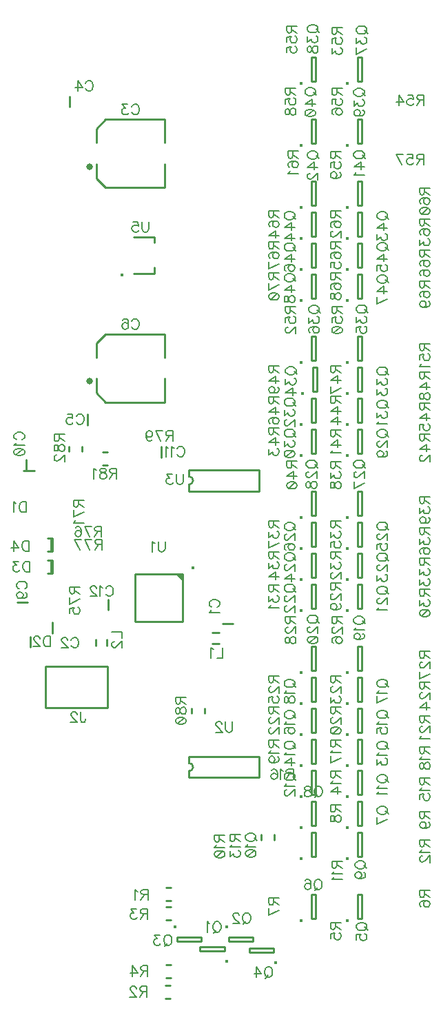
<source format=gbr>
G04 DipTrace 3.3.1.3*
G04 BottomSilk.gbr*
%MOIN*%
G04 #@! TF.FileFunction,Legend,Bot*
G04 #@! TF.Part,Single*
%ADD10C,0.009843*%
%ADD19C,0.031451*%
%ADD26C,0.015404*%
%ADD28C,0.015422*%
%ADD31O,0.016542X0.016422*%
%ADD36C,0.01542*%
%ADD91C,0.00772*%
%FSLAX26Y26*%
G04*
G70*
G90*
G75*
G01*
G04 BotSilk*
%LPD*%
X1611881Y2314841D2*
D10*
X1663022D1*
X789842Y2319272D2*
Y2268130D1*
X1046643Y4422450D2*
X1331840D1*
X1001719Y4467330D2*
X1046643Y4422450D1*
Y4752450D2*
X1331840D1*
X1001719Y4707570D2*
X1046643Y4752450D1*
X1001719Y4536267D2*
Y4467330D1*
Y4707570D2*
Y4638633D1*
X1331840Y4536267D2*
Y4422450D1*
Y4752450D2*
Y4638633D1*
D19*
X969919Y4524453D3*
X871092Y4863022D2*
D10*
Y4811881D1*
X958593Y3325521D2*
Y3274379D1*
X1046643Y3384951D2*
X1331840D1*
X1001719Y3429831D2*
X1046643Y3384951D1*
Y3714951D2*
X1331840D1*
X1001719Y3670071D2*
X1046643Y3714951D1*
X1001719Y3498768D2*
Y3429831D1*
Y3670071D2*
Y3601134D1*
X1331840Y3498768D2*
Y3384951D1*
Y3714951D2*
Y3601134D1*
D19*
X969919Y3486954D3*
X669272Y2416310D2*
D10*
X618130D1*
X700522Y3053810D2*
X649381D1*
X1316311Y3118130D2*
Y3169272D1*
X662332Y3055630D2*
Y3106772D1*
X681083Y2199379D2*
Y2250521D1*
X787864Y2618915D2*
X764304D1*
X787864Y2555986D2*
X764304D1*
X780449D2*
Y2618915D1*
X787898Y2555986D2*
Y2618915D1*
X787864Y2725165D2*
X764304D1*
X787864Y2662236D2*
X764304D1*
X780449D2*
Y2725165D1*
X787898Y2662236D2*
Y2725165D1*
X947902Y2106201D2*
X756202D1*
X1056202D2*
X756202D1*
X1056202Y1906201D2*
X756202D1*
X1056202Y2106201D2*
Y1906201D1*
X756202Y2106201D2*
Y1906201D1*
X1594171Y2216110D2*
X1562671D1*
X1594171Y2271228D2*
X1562671D1*
X1052542Y2237920D2*
Y2206420D1*
X997424Y2237920D2*
Y2206420D1*
D26*
X1630802Y678993D3*
X1621601Y729135D2*
D10*
X1503496D1*
Y748820D1*
X1621601D1*
Y729135D1*
D26*
X1631604Y845910D3*
X1640805Y795768D2*
D10*
X1758909D1*
Y776083D1*
X1640805D1*
Y795768D1*
D26*
X1381604Y845910D3*
X1390805Y795768D2*
D10*
X1508909D1*
Y776083D1*
X1390805D1*
Y795768D1*
D26*
X1868300Y672741D3*
X1859100Y722883D2*
D10*
X1740995D1*
Y742568D1*
X1859100D1*
Y722883D1*
D28*
X2216492Y876386D3*
X2266634Y885587D2*
D10*
Y1003692D1*
X2286319D1*
Y885587D1*
X2266634D1*
D28*
X1991492Y876386D3*
X2041634Y885587D2*
D10*
Y1003692D1*
X2061319D1*
Y885587D1*
X2041634D1*
D28*
X2216492Y1326385D3*
X2266634Y1335585D2*
D10*
Y1453690D1*
X2286319D1*
Y1335585D1*
X2266634D1*
D28*
X1991492Y1326385D3*
X2041634Y1335585D2*
D10*
Y1453690D1*
X2061319D1*
Y1335585D1*
X2041634D1*
D28*
X2216492Y1176386D3*
X2266634Y1185587D2*
D10*
Y1303692D1*
X2286319D1*
Y1185587D1*
X2266634D1*
D28*
X1991492Y1176386D3*
X2041634Y1185587D2*
D10*
Y1303692D1*
X2061319D1*
Y1185587D1*
X2041634D1*
D28*
X2216492Y1476386D3*
X2266634Y1485587D2*
D10*
Y1603692D1*
X2286319D1*
Y1485587D1*
X2266634D1*
D28*
X1991492Y1476386D3*
X2041634Y1485587D2*
D10*
Y1603692D1*
X2061319D1*
Y1485587D1*
X2041634D1*
D28*
X2216492Y1626385D3*
X2266634Y1635585D2*
D10*
Y1753690D1*
X2286319D1*
Y1635585D1*
X2266634D1*
D28*
X1991492Y1626385D3*
X2041634Y1635585D2*
D10*
Y1753690D1*
X2061319D1*
Y1635585D1*
X2041634D1*
D28*
X2216492Y1776386D3*
X2266634Y1785587D2*
D10*
Y1903692D1*
X2286319D1*
Y1785587D1*
X2266634D1*
D28*
X1991492Y1776386D3*
X2041634Y1785587D2*
D10*
Y1903692D1*
X2061319D1*
Y1785587D1*
X2041634D1*
D28*
X2216492Y1926385D3*
X2266634Y1935585D2*
D10*
Y2053690D1*
X2286319D1*
Y1935585D1*
X2266634D1*
D28*
X1991492Y1926385D3*
X2041634Y1935585D2*
D10*
Y2053690D1*
X2061319D1*
Y1935585D1*
X2041634D1*
D28*
X2216492Y2076386D3*
X2266634Y2085587D2*
D10*
Y2203692D1*
X2286319D1*
Y2085587D1*
X2266634D1*
D28*
X1991492Y2076386D3*
X2041634Y2085587D2*
D10*
Y2203692D1*
X2061319D1*
Y2085587D1*
X2041634D1*
D28*
X2216492Y2376386D3*
X2266634Y2385587D2*
D10*
Y2503692D1*
X2286319D1*
Y2385587D1*
X2266634D1*
D28*
X1991492Y2376386D3*
X2041634Y2385587D2*
D10*
Y2503692D1*
X2061319D1*
Y2385587D1*
X2041634D1*
D28*
X2216492Y2526386D3*
X2266634Y2535587D2*
D10*
Y2653692D1*
X2286319D1*
Y2535587D1*
X2266634D1*
D28*
X1991492Y2526386D3*
X2041634Y2535587D2*
D10*
Y2653692D1*
X2061319D1*
Y2535587D1*
X2041634D1*
D28*
X2216492Y2676386D3*
X2266634Y2685587D2*
D10*
Y2803692D1*
X2286319D1*
Y2685587D1*
X2266634D1*
D28*
X1991492Y2676386D3*
X2041634Y2685587D2*
D10*
Y2803692D1*
X2061319D1*
Y2685587D1*
X2041634D1*
D28*
X2216492Y2826386D3*
X2266634Y2835587D2*
D10*
Y2953692D1*
X2286319D1*
Y2835587D1*
X2266634D1*
D28*
X1991492Y2826386D3*
X2041634Y2835587D2*
D10*
Y2953692D1*
X2061319D1*
Y2835587D1*
X2041634D1*
D28*
X2216492Y3126386D3*
X2266634Y3135587D2*
D10*
Y3253692D1*
X2286319D1*
Y3135587D1*
X2266634D1*
D28*
X1991492Y3126386D3*
X2041634Y3135587D2*
D10*
Y3253692D1*
X2061319D1*
Y3135587D1*
X2041634D1*
D28*
X2216492Y3276386D3*
X2266634Y3285587D2*
D10*
Y3403692D1*
X2286319D1*
Y3285587D1*
X2266634D1*
D28*
X1991492Y3276386D3*
X2041634Y3285587D2*
D10*
Y3403692D1*
X2061319D1*
Y3285587D1*
X2041634D1*
D28*
X2216492Y3426386D3*
X2266634Y3435587D2*
D10*
Y3553692D1*
X2286319D1*
Y3435587D1*
X2266634D1*
D28*
X1997743Y3426386D3*
X2047884Y3435587D2*
D10*
Y3553692D1*
X2067570D1*
Y3435587D1*
X2047884D1*
D28*
X2216492Y3576386D3*
X2266634Y3585587D2*
D10*
Y3703692D1*
X2286319D1*
Y3585587D1*
X2266634D1*
D28*
X1991492Y3576386D3*
X2041634Y3585587D2*
D10*
Y3703692D1*
X2061319D1*
Y3585587D1*
X2041634D1*
D28*
X2216492Y4926386D3*
X2266634Y4935587D2*
D10*
Y5053692D1*
X2286319D1*
Y4935587D1*
X2266634D1*
D28*
X1991492Y4926386D3*
X2041634Y4935587D2*
D10*
Y5053692D1*
X2061319D1*
Y4935587D1*
X2041634D1*
D28*
X2216492Y4626386D3*
X2266634Y4635587D2*
D10*
Y4753692D1*
X2286319D1*
Y4635587D1*
X2266634D1*
D28*
X1991492Y4626386D3*
X2041634Y4635587D2*
D10*
Y4753692D1*
X2061319D1*
Y4635587D1*
X2041634D1*
D28*
X2216492Y4326386D3*
X2266634Y4335587D2*
D10*
Y4453692D1*
X2286319D1*
Y4335587D1*
X2266634D1*
D28*
X1991492Y4326386D3*
X2041634Y4335587D2*
D10*
Y4453692D1*
X2061319D1*
Y4335587D1*
X2041634D1*
D28*
X2216492Y4176386D3*
X2266634Y4185587D2*
D10*
Y4303692D1*
X2286319D1*
Y4185587D1*
X2266634D1*
D28*
X1991492Y4176386D3*
X2041634Y4185587D2*
D10*
Y4303692D1*
X2061319D1*
Y4185587D1*
X2041634D1*
D28*
X2216492Y4026386D3*
X2266634Y4035587D2*
D10*
Y4153692D1*
X2286319D1*
Y4035587D1*
X2266634D1*
D28*
X1991492Y4026386D3*
X2041634Y4035587D2*
D10*
Y4153692D1*
X2061319D1*
Y4035587D1*
X2041634D1*
D28*
X2216492Y3876386D3*
X2266634Y3885587D2*
D10*
Y4003692D1*
X2286319D1*
Y3885587D1*
X2266634D1*
D28*
X1991492Y3876386D3*
X2041634Y3885587D2*
D10*
Y4003692D1*
X2061319D1*
Y3885587D1*
X2041634D1*
X1362864Y974736D2*
X1339304D1*
X1362864Y1037665D2*
X1339304D1*
X1336007Y562665D2*
X1359566D1*
X1336007Y499736D2*
X1359566D1*
X1338073Y943916D2*
X1361633D1*
X1338073Y880987D2*
X1361633D1*
X1362864Y599736D2*
X1339304D1*
X1362864Y662665D2*
X1339304D1*
X1799738Y1268289D2*
Y1291848D1*
X1862667Y1268289D2*
Y1291848D1*
X1462236Y1880789D2*
Y1904348D1*
X1525165Y1880789D2*
Y1904348D1*
X1056613Y3080987D2*
X1033054D1*
X1056613Y3143916D2*
X1033054D1*
X931416Y3169113D2*
Y3145554D1*
X868487Y3169113D2*
Y3145554D1*
X1417508Y2551929D2*
X1189185D1*
Y2323565D1*
X1417508D1*
Y2551929D1*
D31*
X1469161Y2583044D3*
G36*
X1417508Y2551929D2*
Y2520436D1*
X1386015Y2551929D1*
X1417508D1*
G37*
X1449404Y1670873D2*
D10*
X1787997D1*
X1449404Y1568497D2*
X1787997D1*
Y1670873D2*
Y1568497D1*
X1449404Y1670873D2*
Y1639380D1*
Y1599991D2*
Y1568497D1*
Y1639380D2*
G02X1449404Y1599991I12J-19694D01*
G01*
Y3057339D2*
X1787997D1*
X1449404Y2954963D2*
X1787997D1*
Y3057339D2*
Y2954963D1*
X1449404Y3057339D2*
Y3025845D1*
Y2986456D2*
Y2954963D1*
Y3025845D2*
G02X1449404Y2986456I12J-19694D01*
G01*
X1183085Y4007923D2*
X1281491D1*
Y4037464D1*
Y4155549D2*
Y4185089D1*
X1183085D1*
D36*
X1124455Y3998826D3*
X1060061Y2380630D2*
D10*
Y2431772D1*
X1559139Y2393999D2*
D91*
X1554386Y2396376D1*
X1549577Y2401184D1*
X1547201Y2405938D1*
Y2415499D1*
X1549577Y2420308D1*
X1554386Y2425061D1*
X1559139Y2427493D1*
X1566324Y2429869D1*
X1578318D1*
X1585447Y2427493D1*
X1590256Y2425061D1*
X1595009Y2420308D1*
X1597441Y2415499D1*
Y2405937D1*
X1595009Y2401184D1*
X1590256Y2396376D1*
X1585447Y2393999D1*
X1556818Y2378560D2*
X1554386Y2373752D1*
X1547256Y2366567D1*
X1597441D1*
X879750Y2234513D2*
X882126Y2239266D1*
X886935Y2244075D1*
X891688Y2246451D1*
X901250D1*
X906058Y2244075D1*
X910811Y2239266D1*
X913243Y2234513D1*
X915620Y2227328D1*
Y2215335D1*
X913243Y2208205D1*
X910811Y2203396D1*
X906058Y2198643D1*
X901250Y2196211D1*
X891688D1*
X886935Y2198643D1*
X882126Y2203396D1*
X879750Y2208205D1*
X861879Y2234458D2*
Y2236835D1*
X859502Y2241643D1*
X857126Y2244020D1*
X852317Y2246396D1*
X842755D1*
X838002Y2244020D1*
X835626Y2241643D1*
X833194Y2236835D1*
Y2232081D1*
X835626Y2227273D1*
X840379Y2220143D1*
X864311Y2196211D1*
X830817D1*
X1173311Y4813735D2*
X1175687Y4818488D1*
X1180496Y4823297D1*
X1185249Y4825673D1*
X1194811D1*
X1199619Y4823297D1*
X1204372Y4818488D1*
X1206804Y4813735D1*
X1209181Y4806550D1*
Y4794556D1*
X1206804Y4787427D1*
X1204372Y4782618D1*
X1199619Y4777865D1*
X1194811Y4775433D1*
X1185249D1*
X1180496Y4777865D1*
X1175687Y4782618D1*
X1173311Y4787427D1*
X1153063Y4825618D2*
X1126810D1*
X1141125Y4806495D1*
X1133940D1*
X1129187Y4804118D1*
X1126810Y4801741D1*
X1124378Y4794556D1*
Y4789803D1*
X1126810Y4782618D1*
X1131563Y4777810D1*
X1138748Y4775433D1*
X1145933D1*
X1153063Y4777810D1*
X1155440Y4780242D1*
X1157872Y4784995D1*
X949688Y4928264D2*
X952065Y4933017D1*
X956873Y4937825D1*
X961626Y4940202D1*
X971188D1*
X975996Y4937825D1*
X980750Y4933017D1*
X983181Y4928264D1*
X985558Y4921079D1*
Y4909085D1*
X983181Y4901956D1*
X980750Y4897147D1*
X975996Y4892394D1*
X971188Y4889962D1*
X961626D1*
X956873Y4892394D1*
X952065Y4897147D1*
X949688Y4901956D1*
X910317Y4889962D2*
Y4940147D1*
X934249Y4906709D1*
X898379D1*
X904750Y3315763D2*
X907127Y3320516D1*
X911936Y3325324D1*
X916689Y3327701D1*
X926250D1*
X931059Y3325324D1*
X935812Y3320516D1*
X938244Y3315763D1*
X940620Y3308578D1*
Y3296584D1*
X938244Y3289454D1*
X935812Y3284646D1*
X931059Y3279893D1*
X926250Y3277461D1*
X916689D1*
X911936Y3279893D1*
X907127Y3284646D1*
X904750Y3289454D1*
X860626Y3327645D2*
X884503D1*
X886879Y3306146D1*
X884503Y3308522D1*
X877318Y3310954D1*
X870188D1*
X863003Y3308522D1*
X858194Y3303769D1*
X855818Y3296584D1*
Y3291831D1*
X858194Y3284646D1*
X863003Y3279837D1*
X870188Y3277461D1*
X877318D1*
X884503Y3279837D1*
X886879Y3282269D1*
X889311Y3287022D1*
X1172095Y3776236D2*
X1174472Y3780989D1*
X1179280Y3785798D1*
X1184033Y3788175D1*
X1193595D1*
X1198403Y3785798D1*
X1203156Y3780989D1*
X1205588Y3776236D1*
X1207965Y3769051D1*
Y3757058D1*
X1205588Y3749928D1*
X1203156Y3745120D1*
X1198403Y3740366D1*
X1193595Y3737935D1*
X1184033D1*
X1179280Y3740366D1*
X1174472Y3745120D1*
X1172095Y3749928D1*
X1127971Y3780989D2*
X1130347Y3785743D1*
X1137532Y3788119D1*
X1142286D1*
X1149471Y3785743D1*
X1154279Y3778558D1*
X1156656Y3766619D1*
Y3754681D1*
X1154279Y3745120D1*
X1149471Y3740311D1*
X1142286Y3737935D1*
X1139909D1*
X1132779Y3740311D1*
X1127971Y3745120D1*
X1125594Y3752305D1*
Y3754681D1*
X1127971Y3761866D1*
X1132779Y3766619D1*
X1139909Y3768996D1*
X1142286D1*
X1149471Y3766619D1*
X1154279Y3761866D1*
X1156656Y3754681D1*
X627888Y2482026D2*
X623135Y2484402D1*
X618327Y2489211D1*
X615950Y2493964D1*
Y2503525D1*
X618327Y2508334D1*
X623135Y2513087D1*
X627888Y2515519D1*
X635073Y2517895D1*
X647067D1*
X654197Y2515519D1*
X659005Y2513087D1*
X663758Y2508334D1*
X666190Y2503525D1*
Y2493964D1*
X663758Y2489211D1*
X659005Y2484402D1*
X654197Y2482025D1*
X632697Y2435470D2*
X639882Y2437901D1*
X644690Y2442655D1*
X647067Y2449840D1*
Y2452216D1*
X644690Y2459401D1*
X639882Y2464154D1*
X632697Y2466586D1*
X630320D1*
X623135Y2464154D1*
X618382Y2459401D1*
X616005Y2452216D1*
Y2449840D1*
X618382Y2442655D1*
X623135Y2437901D1*
X632697Y2435470D1*
X644690D1*
X656629Y2437901D1*
X663814Y2442655D1*
X666190Y2449840D1*
Y2454593D1*
X663814Y2461778D1*
X659005Y2464154D1*
X615388Y3203182D2*
X610635Y3205559D1*
X605827Y3210367D1*
X603450Y3215120D1*
Y3224682D1*
X605827Y3229490D1*
X610635Y3234244D1*
X615388Y3236675D1*
X622573Y3239052D1*
X634567D1*
X641697Y3236675D1*
X646505Y3234244D1*
X651258Y3229490D1*
X653690Y3224682D1*
Y3215120D1*
X651258Y3210367D1*
X646505Y3205559D1*
X641697Y3203182D1*
X613067Y3187743D2*
X610635Y3182934D1*
X603505Y3175749D1*
X653690D1*
X603505Y3145940D2*
X605882Y3153125D1*
X613067Y3157934D1*
X625005Y3160310D1*
X632190D1*
X644129Y3157934D1*
X651314Y3153125D1*
X653690Y3145940D1*
Y3141187D1*
X651314Y3134002D1*
X644129Y3129249D1*
X632190Y3126817D1*
X625005D1*
X613067Y3129249D1*
X605882Y3134002D1*
X603505Y3141187D1*
Y3145940D1*
X613067Y3129249D2*
X644129Y3157934D1*
X1392432Y3159513D2*
X1394809Y3164266D1*
X1399617Y3169075D1*
X1404370Y3171451D1*
X1413932D1*
X1418740Y3169075D1*
X1423494Y3164266D1*
X1425925Y3159513D1*
X1428302Y3152328D1*
Y3140335D1*
X1425925Y3133205D1*
X1423494Y3128396D1*
X1418740Y3123643D1*
X1413932Y3121211D1*
X1404370D1*
X1399617Y3123643D1*
X1394809Y3128396D1*
X1392432Y3133205D1*
X1376993Y3161835D2*
X1372184Y3164266D1*
X1364999Y3171396D1*
Y3121211D1*
X1349560Y3161835D2*
X1344752Y3164266D1*
X1337567Y3171396D1*
Y3121211D1*
X661409Y2902702D2*
Y2852462D1*
X644663D1*
X637478Y2854894D1*
X632669Y2859647D1*
X630292Y2864456D1*
X627916Y2871585D1*
Y2883579D1*
X630292Y2890764D1*
X632669Y2895517D1*
X637478Y2900325D1*
X644663Y2902702D1*
X661409D1*
X612477Y2893085D2*
X607668Y2895517D1*
X600483Y2902647D1*
Y2852462D1*
X778408Y2252701D2*
Y2202461D1*
X761662D1*
X754477Y2204893D1*
X749668Y2209646D1*
X747292Y2214454D1*
X744915Y2221584D1*
Y2233578D1*
X747292Y2240763D1*
X749668Y2245516D1*
X754477Y2250324D1*
X761662Y2252701D1*
X778408D1*
X727044Y2240707D2*
Y2243084D1*
X724667Y2247892D1*
X722291Y2250269D1*
X717482Y2252645D1*
X707921D1*
X703168Y2250269D1*
X700791Y2247892D1*
X698359Y2243084D1*
Y2238331D1*
X700791Y2233522D1*
X705544Y2226392D1*
X729476Y2202461D1*
X695983D1*
X679797Y2614857D2*
Y2564617D1*
X663050D1*
X655865Y2567049D1*
X651057Y2571802D1*
X648680Y2576610D1*
X646304Y2583740D1*
Y2595734D1*
X648680Y2602919D1*
X651057Y2607672D1*
X655865Y2612480D1*
X663050Y2614857D1*
X679797D1*
X626056Y2614802D2*
X599803D1*
X614118Y2595678D1*
X606933D1*
X602179Y2593302D1*
X599803Y2590925D1*
X597371Y2583740D1*
Y2578987D1*
X599803Y2571802D1*
X604556Y2566994D1*
X611741Y2564617D1*
X618926D1*
X626056Y2566994D1*
X628433Y2569425D1*
X630864Y2574179D1*
X674735Y2714857D2*
Y2664617D1*
X657988D1*
X650803Y2667049D1*
X645994Y2671802D1*
X643618Y2676610D1*
X641241Y2683740D1*
Y2695734D1*
X643618Y2702919D1*
X645994Y2707672D1*
X650803Y2712480D1*
X657988Y2714857D1*
X674735D1*
X601870Y2664617D2*
Y2714802D1*
X625802Y2681364D1*
X589932D1*
X924952Y1885673D2*
Y1847427D1*
X927328Y1840242D1*
X929760Y1837865D1*
X934514Y1835433D1*
X939322D1*
X944075Y1837865D1*
X946452Y1840242D1*
X948884Y1847427D1*
Y1852180D1*
X907081Y1873680D2*
Y1876056D1*
X904704Y1880865D1*
X902328Y1883241D1*
X897519Y1885618D1*
X887958D1*
X883204Y1883241D1*
X880828Y1880865D1*
X878396Y1876056D1*
Y1871303D1*
X880828Y1866495D1*
X885581Y1859365D1*
X909513Y1835433D1*
X876019D1*
X1612704Y2198420D2*
Y2148180D1*
X1584020D1*
X1568580Y2188803D2*
X1563772Y2191235D1*
X1556587Y2198365D1*
Y2148180D1*
X1076482Y2273454D2*
X1126722D1*
Y2244770D1*
X1088475Y2226899D2*
X1086099D1*
X1081290Y2224522D1*
X1078914Y2222145D1*
X1076537Y2217337D1*
Y2207775D1*
X1078914Y2203022D1*
X1081290Y2200646D1*
X1086099Y2198214D1*
X1090852D1*
X1095660Y2200646D1*
X1102790Y2205399D1*
X1126722Y2229330D1*
Y2195837D1*
X1589497Y871896D2*
X1594250Y869575D1*
X1599059Y864767D1*
X1601435Y859958D1*
X1603867Y852773D1*
Y840835D1*
X1601435Y833650D1*
X1599059Y828897D1*
X1594250Y824088D1*
X1589497Y821712D1*
X1579936D1*
X1575127Y824088D1*
X1570374Y828897D1*
X1567997Y833650D1*
X1565565Y840835D1*
Y852773D1*
X1567997Y859958D1*
X1570374Y864767D1*
X1575127Y869575D1*
X1579936Y871896D1*
X1589497D1*
X1582312Y831273D2*
X1567997Y816903D1*
X1550126Y862279D2*
X1545318Y864711D1*
X1538133Y871841D1*
Y821656D1*
X1733153Y914344D2*
X1737906Y912022D1*
X1742714Y907214D1*
X1745091Y902406D1*
X1747523Y895221D1*
Y883282D1*
X1745091Y876097D1*
X1742714Y871344D1*
X1737906Y866536D1*
X1733153Y864159D1*
X1723591D1*
X1718783Y866536D1*
X1714029Y871344D1*
X1711653Y876097D1*
X1709221Y883282D1*
Y895221D1*
X1711653Y902406D1*
X1714029Y907214D1*
X1718783Y912022D1*
X1723591Y914344D1*
X1733153D1*
X1725968Y873721D2*
X1711653Y859351D1*
X1691350Y902350D2*
Y904727D1*
X1688973Y909535D1*
X1686597Y911912D1*
X1681788Y914289D1*
X1672227D1*
X1667473Y911912D1*
X1665097Y909535D1*
X1662665Y904727D1*
Y899974D1*
X1665097Y895165D1*
X1669850Y888036D1*
X1693782Y864104D1*
X1660288D1*
X1351903Y808093D2*
X1356656Y805772D1*
X1361465Y800963D1*
X1363841Y796155D1*
X1366273Y788970D1*
Y777032D1*
X1363841Y769847D1*
X1361465Y765093D1*
X1356656Y760285D1*
X1351903Y757908D1*
X1342342D1*
X1337533Y760285D1*
X1332780Y765093D1*
X1330403Y769847D1*
X1327972Y777032D1*
Y788970D1*
X1330403Y796155D1*
X1332780Y800963D1*
X1337533Y805772D1*
X1342342Y808093D1*
X1351903D1*
X1344718Y767470D2*
X1330403Y753100D1*
X1307724Y808038D2*
X1281471D1*
X1295786Y788915D1*
X1288601D1*
X1283847Y786538D1*
X1281471Y784161D1*
X1279039Y776976D1*
Y772223D1*
X1281471Y765038D1*
X1286224Y760230D1*
X1293409Y757853D1*
X1300594D1*
X1307724Y760230D1*
X1310100Y762662D1*
X1312532Y767415D1*
X1838934Y653143D2*
X1843687Y650822D1*
X1848496Y646013D1*
X1850872Y641205D1*
X1853304Y634020D1*
Y622082D1*
X1850872Y614897D1*
X1848496Y610143D1*
X1843687Y605335D1*
X1838934Y602958D1*
X1829372D1*
X1824564Y605335D1*
X1819811Y610143D1*
X1817434Y614897D1*
X1815002Y622082D1*
Y634020D1*
X1817434Y641205D1*
X1819811Y646013D1*
X1824564Y650822D1*
X1829372Y653143D1*
X1838934D1*
X1831749Y612520D2*
X1817434Y598150D1*
X1775631Y602903D2*
Y653088D1*
X1799563Y619650D1*
X1763693D1*
X2259380Y852935D2*
X2261701Y857688D1*
X2266510Y862496D1*
X2271318Y864873D1*
X2278503Y867305D1*
X2290441D1*
X2297627Y864873D1*
X2302380Y862496D1*
X2307188Y857688D1*
X2309565Y852935D1*
Y843373D1*
X2307188Y838565D1*
X2302380Y833812D1*
X2297627Y831435D1*
X2290441Y829003D1*
X2278503D1*
X2271318Y831435D1*
X2266510Y833812D1*
X2261701Y838565D1*
X2259380Y843373D1*
Y852935D1*
X2300003Y845750D2*
X2314373Y831435D1*
X2259435Y784879D2*
Y808755D1*
X2280935Y811132D1*
X2278559Y808755D1*
X2276127Y801570D1*
Y794441D1*
X2278558Y787256D1*
X2283312Y782447D1*
X2290497Y780071D1*
X2295250D1*
X2302435Y782447D1*
X2307243Y787256D1*
X2309620Y794441D1*
Y801570D1*
X2307243Y808755D1*
X2304812Y811132D1*
X2300058Y813564D1*
X2078632Y1076915D2*
X2083385Y1074593D1*
X2088194Y1069785D1*
X2090570Y1064976D1*
X2093002Y1057791D1*
Y1045853D1*
X2090570Y1038668D1*
X2088194Y1033915D1*
X2083385Y1029107D1*
X2078632Y1026730D1*
X2069071D1*
X2064262Y1029107D1*
X2059509Y1033915D1*
X2057132Y1038668D1*
X2054701Y1045853D1*
Y1057791D1*
X2057132Y1064976D1*
X2059509Y1069785D1*
X2064262Y1074593D1*
X2069071Y1076915D1*
X2078632D1*
X2071447Y1036292D2*
X2057132Y1021921D1*
X2010576Y1069730D2*
X2012953Y1074483D1*
X2020138Y1076859D1*
X2024891D1*
X2032076Y1074483D1*
X2036885Y1067298D1*
X2039261Y1055360D1*
Y1043421D1*
X2036885Y1033860D1*
X2032076Y1029051D1*
X2024891Y1026675D1*
X2022515D1*
X2015385Y1029051D1*
X2010576Y1033860D1*
X2008200Y1041045D1*
Y1043421D1*
X2010576Y1050606D1*
X2015385Y1055360D1*
X2022515Y1057736D1*
X2024891D1*
X2032076Y1055360D1*
X2036885Y1050606D1*
X2039261Y1043421D1*
X2359380Y1415434D2*
X2361701Y1420187D1*
X2366510Y1424995D1*
X2371318Y1427372D1*
X2378503Y1429804D1*
X2390441D1*
X2397627Y1427372D1*
X2402380Y1424995D1*
X2407188Y1420187D1*
X2409565Y1415433D1*
Y1405872D1*
X2407188Y1401063D1*
X2402380Y1396310D1*
X2397627Y1393934D1*
X2390441Y1391502D1*
X2378503D1*
X2371318Y1393934D1*
X2366510Y1396310D1*
X2361701Y1401063D1*
X2359380Y1405872D1*
Y1415434D1*
X2400003Y1408248D2*
X2414373Y1393934D1*
X2409620Y1366501D2*
X2359435Y1342569D1*
Y1376063D1*
X2079821Y1526913D2*
X2084574Y1524592D1*
X2089382Y1519784D1*
X2091759Y1514975D1*
X2094191Y1507790D1*
Y1495852D1*
X2091759Y1488667D1*
X2089382Y1483914D1*
X2084574Y1479105D1*
X2079821Y1476729D1*
X2070259D1*
X2065450Y1479105D1*
X2060697Y1483914D1*
X2058321Y1488667D1*
X2055889Y1495852D1*
Y1507790D1*
X2058321Y1514975D1*
X2060697Y1519784D1*
X2065450Y1524592D1*
X2070259Y1526913D1*
X2079821D1*
X2072635Y1486290D2*
X2058321Y1471920D1*
X2028511Y1526858D2*
X2035641Y1524482D1*
X2038073Y1519728D1*
Y1514920D1*
X2035641Y1510167D1*
X2030888Y1507735D1*
X2021326Y1505358D1*
X2014141Y1502982D1*
X2009388Y1498173D1*
X2007011Y1493420D1*
Y1486235D1*
X2009388Y1481482D1*
X2011765Y1479050D1*
X2018950Y1476673D1*
X2028511D1*
X2035641Y1479050D1*
X2038073Y1481482D1*
X2040450Y1486235D1*
Y1493420D1*
X2038073Y1498173D1*
X2033265Y1502982D1*
X2026135Y1505358D1*
X2016573Y1507735D1*
X2011765Y1510167D1*
X2009388Y1514920D1*
Y1519728D1*
X2011765Y1524482D1*
X2018950Y1526858D1*
X2028511D1*
X2253131Y1151747D2*
X2255452Y1156500D1*
X2260260Y1161308D1*
X2265069Y1163685D1*
X2272254Y1166117D1*
X2284192D1*
X2291377Y1163685D1*
X2296130Y1161308D1*
X2300939Y1156500D1*
X2303315Y1151746D1*
Y1142185D1*
X2300939Y1137376D1*
X2296130Y1132623D1*
X2291377Y1130247D1*
X2284192Y1127815D1*
X2272254D1*
X2265069Y1130247D1*
X2260260Y1132623D1*
X2255452Y1137376D1*
X2253131Y1142185D1*
Y1151747D1*
X2293754Y1144561D2*
X2308124Y1130247D1*
X2269877Y1081259D2*
X2277062Y1083691D1*
X2281871Y1088444D1*
X2284247Y1095629D1*
Y1098006D1*
X2281871Y1105191D1*
X2277062Y1109944D1*
X2269877Y1112376D1*
X2267501D1*
X2260316Y1109944D1*
X2255563Y1105191D1*
X2253186Y1098006D1*
Y1095629D1*
X2255562Y1088444D1*
X2260316Y1083691D1*
X2269877Y1081259D1*
X2281871D1*
X2293809Y1083691D1*
X2300994Y1088444D1*
X2303371Y1095629D1*
Y1100382D1*
X2300994Y1107567D1*
X2296186Y1109944D1*
X1723058Y1285402D2*
X1725379Y1290155D1*
X1730188Y1294963D1*
X1734996Y1297340D1*
X1742181Y1299772D1*
X1754119D1*
X1761304Y1297340D1*
X1766057Y1294963D1*
X1770866Y1290155D1*
X1773243Y1285402D1*
Y1275840D1*
X1770866Y1271032D1*
X1766057Y1266279D1*
X1761304Y1263902D1*
X1754119Y1261470D1*
X1742181D1*
X1734996Y1263902D1*
X1730188Y1266279D1*
X1725379Y1271032D1*
X1723058Y1275840D1*
Y1285402D1*
X1763681Y1278217D2*
X1778051Y1263902D1*
X1732675Y1246031D2*
X1730243Y1241222D1*
X1723113Y1234037D1*
X1773298D1*
X1723113Y1204228D2*
X1725490Y1211413D1*
X1732675Y1216222D1*
X1744613Y1218598D1*
X1751798D1*
X1763736Y1216222D1*
X1770921Y1211413D1*
X1773298Y1204228D1*
Y1199475D1*
X1770921Y1192290D1*
X1763736Y1187537D1*
X1751798Y1185105D1*
X1744613D1*
X1732675Y1187537D1*
X1725490Y1192290D1*
X1723113Y1199475D1*
Y1204228D1*
X1732675Y1187537D2*
X1763736Y1216222D1*
X2359380Y1568401D2*
X2361701Y1573154D1*
X2366510Y1577963D1*
X2371318Y1580339D1*
X2378503Y1582771D1*
X2390441D1*
X2397627Y1580339D1*
X2402380Y1577963D1*
X2407188Y1573154D1*
X2409565Y1568401D1*
Y1558840D1*
X2407188Y1554031D1*
X2402380Y1549278D1*
X2397627Y1546901D1*
X2390441Y1544470D1*
X2378503D1*
X2371318Y1546901D1*
X2366510Y1549278D1*
X2361701Y1554031D1*
X2359380Y1558840D1*
Y1568401D1*
X2400003Y1561216D2*
X2414373Y1546901D1*
X2368997Y1529030D2*
X2366565Y1524222D1*
X2359435Y1517037D1*
X2409620D1*
X2368997Y1501598D2*
X2366565Y1496789D1*
X2359435Y1489604D1*
X2409620D1*
X1910558Y1579151D2*
X1912879Y1583904D1*
X1917688Y1588713D1*
X1922496Y1591089D1*
X1929681Y1593521D1*
X1941619D1*
X1948804Y1591089D1*
X1953557Y1588713D1*
X1958366Y1583904D1*
X1960743Y1579151D1*
Y1569590D1*
X1958366Y1564781D1*
X1953557Y1560028D1*
X1948804Y1557651D1*
X1941619Y1555219D1*
X1929681D1*
X1922496Y1557651D1*
X1917688Y1560028D1*
X1912879Y1564781D1*
X1910558Y1569590D1*
Y1579151D1*
X1951181Y1571966D2*
X1965551Y1557651D1*
X1920175Y1539780D2*
X1917743Y1534972D1*
X1910613Y1527787D1*
X1960798D1*
X1922551Y1509916D2*
X1920175D1*
X1915366Y1507539D1*
X1912990Y1505163D1*
X1910613Y1500354D1*
Y1490792D1*
X1912990Y1486039D1*
X1915366Y1483663D1*
X1920175Y1481231D1*
X1924928D1*
X1929736Y1483663D1*
X1936866Y1488416D1*
X1960798Y1512347D1*
Y1478854D1*
X2359380Y1729150D2*
X2361701Y1733903D1*
X2366510Y1738711D1*
X2371318Y1741088D1*
X2378503Y1743520D1*
X2390441D1*
X2397627Y1741088D1*
X2402380Y1738711D1*
X2407188Y1733903D1*
X2409565Y1729150D1*
Y1719588D1*
X2407188Y1714780D1*
X2402380Y1710027D1*
X2397627Y1707650D1*
X2390441Y1705218D1*
X2378503D1*
X2371318Y1707650D1*
X2366510Y1710027D1*
X2361701Y1714780D1*
X2359380Y1719588D1*
Y1729150D1*
X2400003Y1721965D2*
X2414373Y1707650D1*
X2368997Y1689779D2*
X2366565Y1684970D1*
X2359435Y1677785D1*
X2409620D1*
X2359435Y1657538D2*
Y1631285D1*
X2378559Y1645600D1*
Y1638415D1*
X2380935Y1633661D1*
X2383312Y1631285D1*
X2390497Y1628853D1*
X2395250D1*
X2402435Y1631285D1*
X2407243Y1636038D1*
X2409620Y1643223D1*
Y1650408D1*
X2407243Y1657538D1*
X2404812Y1659914D1*
X2400058Y1662346D1*
X1910558Y1730338D2*
X1912879Y1735091D1*
X1917688Y1739900D1*
X1922496Y1742276D1*
X1929681Y1744708D1*
X1941619D1*
X1948804Y1742276D1*
X1953557Y1739900D1*
X1958366Y1735091D1*
X1960743Y1730338D1*
Y1720776D1*
X1958366Y1715968D1*
X1953557Y1711215D1*
X1948804Y1708838D1*
X1941619Y1706406D1*
X1929681D1*
X1922496Y1708838D1*
X1917688Y1711215D1*
X1912879Y1715968D1*
X1910558Y1720777D1*
Y1730338D1*
X1951181Y1723153D2*
X1965551Y1708838D1*
X1920175Y1690967D2*
X1917743Y1686159D1*
X1910613Y1678974D1*
X1960798D1*
Y1639603D2*
X1910613D1*
X1944051Y1663534D1*
Y1627665D1*
X2359380Y1879151D2*
X2361701Y1883904D1*
X2366510Y1888713D1*
X2371318Y1891089D1*
X2378503Y1893521D1*
X2390441D1*
X2397627Y1891089D1*
X2402380Y1888713D1*
X2407188Y1883904D1*
X2409565Y1879151D1*
Y1869590D1*
X2407188Y1864781D1*
X2402380Y1860028D1*
X2397627Y1857651D1*
X2390441Y1855219D1*
X2378503D1*
X2371318Y1857651D1*
X2366510Y1860028D1*
X2361701Y1864781D1*
X2359380Y1869590D1*
Y1879151D1*
X2400003Y1871966D2*
X2414373Y1857651D1*
X2368997Y1839780D2*
X2366565Y1834972D1*
X2359435Y1827787D1*
X2409620D1*
X2359435Y1783663D2*
Y1807539D1*
X2380935Y1809916D1*
X2378559Y1807539D1*
X2376127Y1800354D1*
Y1793224D1*
X2378558Y1786039D1*
X2383312Y1781231D1*
X2390497Y1778854D1*
X2395250D1*
X2402435Y1781231D1*
X2407243Y1786039D1*
X2409620Y1793224D1*
Y1800354D1*
X2407243Y1807539D1*
X2404812Y1809916D1*
X2400058Y1812348D1*
X1910558Y1877935D2*
X1912879Y1882688D1*
X1917688Y1887497D1*
X1922496Y1889873D1*
X1929681Y1892305D1*
X1941619D1*
X1948804Y1889873D1*
X1953557Y1887497D1*
X1958366Y1882688D1*
X1960743Y1877935D1*
Y1868374D1*
X1958366Y1863565D1*
X1953558Y1858812D1*
X1948804Y1856435D1*
X1941619Y1854004D1*
X1929681D1*
X1922496Y1856435D1*
X1917688Y1858812D1*
X1912879Y1863565D1*
X1910558Y1868374D1*
Y1877935D1*
X1951181Y1870750D2*
X1965551Y1856435D1*
X1920175Y1838564D2*
X1917743Y1833756D1*
X1910613Y1826571D1*
X1960798D1*
X1917743Y1782447D2*
X1912990Y1784823D1*
X1910613Y1792008D1*
Y1796762D1*
X1912990Y1803947D1*
X1920175Y1808755D1*
X1932113Y1811132D1*
X1944051D1*
X1953613Y1808755D1*
X1958421Y1803947D1*
X1960798Y1796762D1*
Y1794385D1*
X1958421Y1787255D1*
X1953613Y1782447D1*
X1946428Y1780070D1*
X1944051D1*
X1936866Y1782447D1*
X1932113Y1787255D1*
X1929736Y1794385D1*
Y1796762D1*
X1932113Y1803947D1*
X1936866Y1808755D1*
X1944051Y1811132D1*
X2359380Y2029150D2*
X2361701Y2033903D1*
X2366510Y2038711D1*
X2371318Y2041088D1*
X2378503Y2043520D1*
X2390441D1*
X2397627Y2041088D1*
X2402380Y2038711D1*
X2407188Y2033903D1*
X2409565Y2029150D1*
Y2019588D1*
X2407188Y2014780D1*
X2402380Y2010027D1*
X2397627Y2007650D1*
X2390441Y2005218D1*
X2378503D1*
X2371318Y2007650D1*
X2366510Y2010027D1*
X2361701Y2014780D1*
X2359380Y2019588D1*
Y2029150D1*
X2400003Y2021965D2*
X2414373Y2007650D1*
X2368997Y1989779D2*
X2366565Y1984970D1*
X2359435Y1977785D1*
X2409620D1*
Y1952785D2*
X2359435Y1928853D1*
Y1962346D1*
X1910558Y2029122D2*
X1912879Y2033875D1*
X1917688Y2038684D1*
X1922496Y2041060D1*
X1929681Y2043492D1*
X1941619D1*
X1948804Y2041060D1*
X1953557Y2038684D1*
X1958366Y2033875D1*
X1960743Y2029122D1*
Y2019561D1*
X1958366Y2014752D1*
X1953557Y2009999D1*
X1948804Y2007622D1*
X1941619Y2005191D1*
X1929681D1*
X1922496Y2007622D1*
X1917688Y2009999D1*
X1912879Y2014752D1*
X1910558Y2019561D1*
Y2029122D1*
X1951181Y2021937D2*
X1965551Y2007622D1*
X1920175Y1989751D2*
X1917743Y1984943D1*
X1910613Y1977758D1*
X1960798D1*
X1910613Y1950380D2*
X1912990Y1957510D1*
X1917743Y1959942D1*
X1922551D1*
X1927304Y1957510D1*
X1929736Y1952757D1*
X1932113Y1943195D1*
X1934489Y1936010D1*
X1939298Y1931257D1*
X1944051Y1928881D1*
X1951236D1*
X1955989Y1931257D1*
X1958421Y1933634D1*
X1960798Y1940819D1*
Y1950380D1*
X1958421Y1957510D1*
X1955989Y1959942D1*
X1951236Y1962319D1*
X1944051D1*
X1939298Y1959942D1*
X1934490Y1955134D1*
X1932113Y1948004D1*
X1929736Y1938442D1*
X1927304Y1933634D1*
X1922551Y1931257D1*
X1917743D1*
X1912990Y1933634D1*
X1910613Y1940819D1*
Y1950380D1*
X2246880Y2334214D2*
X2249201Y2338967D1*
X2254010Y2343775D1*
X2258818Y2346152D1*
X2266003Y2348584D1*
X2277941D1*
X2285127Y2346152D1*
X2289880Y2343775D1*
X2294688Y2338967D1*
X2297065Y2334214D1*
Y2324652D1*
X2294688Y2319843D1*
X2289880Y2315090D1*
X2285127Y2312714D1*
X2277941Y2310282D1*
X2266003D1*
X2258818Y2312714D1*
X2254010Y2315090D1*
X2249201Y2319843D1*
X2246880Y2324652D1*
Y2334214D1*
X2287503Y2327028D2*
X2301873Y2312714D1*
X2256497Y2294843D2*
X2254065Y2290034D1*
X2246935Y2282849D1*
X2297120D1*
X2263627Y2236293D2*
X2270812Y2238725D1*
X2275620Y2243478D1*
X2277997Y2250663D1*
Y2253040D1*
X2275620Y2260225D1*
X2270812Y2264978D1*
X2263627Y2267410D1*
X2261250D1*
X2254065Y2264978D1*
X2249312Y2260225D1*
X2246935Y2253040D1*
Y2250663D1*
X2249312Y2243478D1*
X2254065Y2238725D1*
X2263627Y2236293D1*
X2275620D1*
X2287558Y2238725D1*
X2294743Y2243478D1*
X2297120Y2250663D1*
Y2255416D1*
X2294743Y2262601D1*
X2289935Y2264978D1*
X2023058Y2339901D2*
X2025379Y2344654D1*
X2030188Y2349463D1*
X2034996Y2351839D1*
X2042181Y2354271D1*
X2054119D1*
X2061304Y2351839D1*
X2066057Y2349463D1*
X2070866Y2344654D1*
X2073243Y2339901D1*
Y2330339D1*
X2070866Y2325531D1*
X2066057Y2320778D1*
X2061304Y2318401D1*
X2054119Y2315969D1*
X2042181D1*
X2034996Y2318401D1*
X2030188Y2320778D1*
X2025379Y2325531D1*
X2023058Y2330339D1*
Y2339901D1*
X2063681Y2332716D2*
X2078051Y2318401D1*
X2035051Y2298098D2*
X2032675D1*
X2027866Y2295722D1*
X2025490Y2293345D1*
X2023113Y2288537D1*
Y2278975D1*
X2025490Y2274222D1*
X2027866Y2271845D1*
X2032675Y2269413D1*
X2037428D1*
X2042236Y2271845D1*
X2049366Y2276598D1*
X2073298Y2300530D1*
Y2267037D1*
X2023113Y2237228D2*
X2025490Y2244413D1*
X2032675Y2249221D1*
X2044613Y2251598D1*
X2051798D1*
X2063736Y2249221D1*
X2070921Y2244413D1*
X2073298Y2237228D1*
Y2232474D1*
X2070921Y2225289D1*
X2063736Y2220536D1*
X2051798Y2218104D1*
X2044613D1*
X2032675Y2220536D1*
X2025490Y2225289D1*
X2023113Y2232474D1*
Y2237228D1*
X2032675Y2220536D2*
X2063736Y2249221D1*
X2359380Y2479151D2*
X2361701Y2483904D1*
X2366510Y2488713D1*
X2371318Y2491089D1*
X2378503Y2493521D1*
X2390441D1*
X2397627Y2491089D1*
X2402380Y2488713D1*
X2407188Y2483904D1*
X2409565Y2479151D1*
Y2469590D1*
X2407188Y2464781D1*
X2402380Y2460028D1*
X2397627Y2457651D1*
X2390441Y2455219D1*
X2378503D1*
X2371318Y2457651D1*
X2366510Y2460028D1*
X2361701Y2464781D1*
X2359380Y2469590D1*
Y2479151D1*
X2400003Y2471966D2*
X2414373Y2457651D1*
X2371374Y2437348D2*
X2368997D1*
X2364188Y2434972D1*
X2361812Y2432595D1*
X2359435Y2427787D1*
Y2418225D1*
X2361812Y2413472D1*
X2364188Y2411095D1*
X2368997Y2408664D1*
X2373750D1*
X2378559Y2411095D1*
X2385688Y2415849D1*
X2409620Y2439780D1*
Y2406287D1*
X2368997Y2390848D2*
X2366565Y2386039D1*
X2359435Y2378854D1*
X2409620D1*
X1910558Y2489901D2*
X1912879Y2494654D1*
X1917688Y2499463D1*
X1922496Y2501839D1*
X1929681Y2504271D1*
X1941619D1*
X1948804Y2501839D1*
X1953557Y2499463D1*
X1958366Y2494654D1*
X1960743Y2489901D1*
Y2480339D1*
X1958366Y2475531D1*
X1953557Y2470778D1*
X1948804Y2468401D1*
X1941619Y2465969D1*
X1929681D1*
X1922496Y2468401D1*
X1917688Y2470778D1*
X1912879Y2475531D1*
X1910558Y2480339D1*
Y2489901D1*
X1951181Y2482716D2*
X1965551Y2468401D1*
X1922551Y2448098D2*
X1920175D1*
X1915366Y2445722D1*
X1912990Y2443345D1*
X1910613Y2438537D1*
Y2428975D1*
X1912990Y2424222D1*
X1915366Y2421845D1*
X1920175Y2419413D1*
X1924928D1*
X1929736Y2421845D1*
X1936866Y2426598D1*
X1960798Y2450530D1*
Y2417037D1*
X1922551Y2399166D2*
X1920175D1*
X1915366Y2396789D1*
X1912990Y2394413D1*
X1910613Y2389604D1*
Y2380043D1*
X1912990Y2375289D1*
X1915366Y2372913D1*
X1920175Y2370481D1*
X1924928D1*
X1929736Y2372913D1*
X1936866Y2377666D1*
X1960798Y2401598D1*
Y2368104D1*
X2359380Y2639901D2*
X2361701Y2644654D1*
X2366510Y2649463D1*
X2371318Y2651839D1*
X2378503Y2654271D1*
X2390441D1*
X2397626Y2651839D1*
X2402380Y2649463D1*
X2407188Y2644654D1*
X2409565Y2639901D1*
Y2630339D1*
X2407188Y2625531D1*
X2402380Y2620778D1*
X2397627Y2618401D1*
X2390441Y2615969D1*
X2378503D1*
X2371318Y2618401D1*
X2366510Y2620778D1*
X2361701Y2625531D1*
X2359380Y2630339D1*
Y2639901D1*
X2400003Y2632716D2*
X2414373Y2618401D1*
X2371374Y2598098D2*
X2368997D1*
X2364188Y2595722D1*
X2361812Y2593345D1*
X2359435Y2588537D1*
Y2578975D1*
X2361812Y2574222D1*
X2364188Y2571845D1*
X2368997Y2569413D1*
X2373750D1*
X2378559Y2571845D1*
X2385688Y2576598D1*
X2409620Y2600530D1*
Y2567037D1*
X2359435Y2546789D2*
Y2520536D1*
X2378559Y2534851D1*
Y2527666D1*
X2380935Y2522913D1*
X2383312Y2520536D1*
X2390497Y2518104D1*
X2395250D1*
X2402435Y2520536D1*
X2407243Y2525289D1*
X2409620Y2532474D1*
Y2539659D1*
X2407243Y2546789D1*
X2404812Y2549166D1*
X2400058Y2551598D1*
X1910558Y2641089D2*
X1912879Y2645843D1*
X1917688Y2650651D1*
X1922496Y2653028D1*
X1929681Y2655459D1*
X1941619D1*
X1948804Y2653028D1*
X1953557Y2650651D1*
X1958366Y2645843D1*
X1960743Y2641089D1*
Y2631528D1*
X1958366Y2626719D1*
X1953557Y2621966D1*
X1948804Y2619590D1*
X1941619Y2617158D1*
X1929681D1*
X1922496Y2619590D1*
X1917688Y2621966D1*
X1912879Y2626719D1*
X1910558Y2631528D1*
Y2641089D1*
X1951181Y2633904D2*
X1965551Y2619590D1*
X1922551Y2599287D2*
X1920175D1*
X1915366Y2596910D1*
X1912990Y2594533D1*
X1910613Y2589725D1*
Y2580163D1*
X1912990Y2575410D1*
X1915366Y2573034D1*
X1920175Y2570602D1*
X1924928D1*
X1929736Y2573034D1*
X1936866Y2577787D1*
X1960798Y2601718D1*
Y2568225D1*
Y2528854D2*
X1910613D1*
X1944051Y2552786D1*
Y2516916D1*
X2359380Y2789901D2*
X2361701Y2794654D1*
X2366510Y2799463D1*
X2371318Y2801839D1*
X2378503Y2804271D1*
X2390441D1*
X2397626Y2801839D1*
X2402380Y2799463D1*
X2407188Y2794654D1*
X2409565Y2789901D1*
Y2780339D1*
X2407188Y2775531D1*
X2402380Y2770778D1*
X2397627Y2768401D1*
X2390441Y2765969D1*
X2378503D1*
X2371318Y2768401D1*
X2366510Y2770778D1*
X2361701Y2775531D1*
X2359380Y2780339D1*
Y2789901D1*
X2400003Y2782716D2*
X2414373Y2768401D1*
X2371374Y2748098D2*
X2368997D1*
X2364188Y2745722D1*
X2361812Y2743345D1*
X2359435Y2738537D1*
Y2728975D1*
X2361812Y2724222D1*
X2364188Y2721845D1*
X2368997Y2719413D1*
X2373750D1*
X2378559Y2721845D1*
X2385688Y2726598D1*
X2409620Y2750530D1*
Y2717037D1*
X2359435Y2672913D2*
Y2696789D1*
X2380935Y2699166D1*
X2378559Y2696789D1*
X2376127Y2689604D1*
Y2682474D1*
X2378558Y2675289D1*
X2383312Y2670481D1*
X2390497Y2668104D1*
X2395250D1*
X2402435Y2670481D1*
X2407243Y2675289D1*
X2409620Y2682474D1*
Y2689604D1*
X2407243Y2696789D1*
X2404812Y2699166D1*
X2400058Y2701598D1*
X1910558Y2788685D2*
X1912879Y2793438D1*
X1917688Y2798247D1*
X1922496Y2800623D1*
X1929681Y2803055D1*
X1941619D1*
X1948804Y2800623D1*
X1953557Y2798247D1*
X1958366Y2793438D1*
X1960743Y2788685D1*
Y2779124D1*
X1958366Y2774315D1*
X1953557Y2769562D1*
X1948804Y2767185D1*
X1941619Y2764753D1*
X1929681D1*
X1922496Y2767185D1*
X1917688Y2769562D1*
X1912879Y2774315D1*
X1910558Y2779124D1*
Y2788685D1*
X1951181Y2781500D2*
X1965551Y2767185D1*
X1922551Y2746882D2*
X1920175D1*
X1915366Y2744506D1*
X1912990Y2742129D1*
X1910613Y2737321D1*
Y2727759D1*
X1912990Y2723006D1*
X1915366Y2720629D1*
X1920175Y2718198D1*
X1924928D1*
X1929736Y2720629D1*
X1936866Y2725383D1*
X1960798Y2749314D1*
Y2715821D1*
X1917743Y2671697D2*
X1912990Y2674073D1*
X1910613Y2681258D1*
Y2686012D1*
X1912990Y2693197D1*
X1920175Y2698005D1*
X1932113Y2700382D1*
X1944051D1*
X1953613Y2698005D1*
X1958421Y2693197D1*
X1960798Y2686012D1*
Y2683635D1*
X1958421Y2676505D1*
X1953613Y2671697D1*
X1946428Y2669320D1*
X1944051D1*
X1936866Y2671697D1*
X1932113Y2676505D1*
X1929736Y2683635D1*
Y2686012D1*
X1932113Y2693197D1*
X1936866Y2698005D1*
X1944051Y2700382D1*
X2246880Y3089901D2*
X2249201Y3094654D1*
X2254010Y3099463D1*
X2258818Y3101839D1*
X2266003Y3104271D1*
X2277941D1*
X2285126Y3101839D1*
X2289880Y3099463D1*
X2294688Y3094654D1*
X2297065Y3089901D1*
Y3080339D1*
X2294688Y3075531D1*
X2289880Y3070778D1*
X2285127Y3068401D1*
X2277941Y3065969D1*
X2266003D1*
X2258818Y3068401D1*
X2254010Y3070778D1*
X2249201Y3075531D1*
X2246880Y3080339D1*
Y3089901D1*
X2287503Y3082716D2*
X2301873Y3068401D1*
X2258874Y3048098D2*
X2256497D1*
X2251688Y3045722D1*
X2249312Y3043345D1*
X2246935Y3038537D1*
Y3028975D1*
X2249312Y3024222D1*
X2251688Y3021845D1*
X2256497Y3019413D1*
X2261250D1*
X2266059Y3021845D1*
X2273188Y3026598D1*
X2297120Y3050530D1*
Y3017037D1*
Y2992036D2*
X2246935Y2968104D1*
Y3001598D1*
X2016807Y3089873D2*
X2019128Y3094627D1*
X2023937Y3099435D1*
X2028745Y3101812D1*
X2035930Y3104244D1*
X2047869D1*
X2055054Y3101812D1*
X2059807Y3099435D1*
X2064615Y3094627D1*
X2066992Y3089873D1*
Y3080312D1*
X2064615Y3075503D1*
X2059807Y3070750D1*
X2055054Y3068374D1*
X2047869Y3065942D1*
X2035930D1*
X2028745Y3068374D1*
X2023937Y3070750D1*
X2019128Y3075503D1*
X2016807Y3080312D1*
Y3089873D1*
X2057430Y3082688D2*
X2071800Y3068374D1*
X2028801Y3048071D2*
X2026424D1*
X2021616Y3045694D1*
X2019239Y3043317D1*
X2016862Y3038509D1*
Y3028947D1*
X2019239Y3024194D1*
X2021616Y3021818D1*
X2026424Y3019386D1*
X2031177D1*
X2035986Y3021818D1*
X2043115Y3026571D1*
X2067047Y3050502D1*
Y3017009D1*
X2016862Y2989632D2*
X2019239Y2996762D1*
X2023992Y2999193D1*
X2028801D1*
X2033554Y2996762D1*
X2035986Y2992008D1*
X2038362Y2982447D1*
X2040739Y2975262D1*
X2045547Y2970509D1*
X2050300Y2968132D1*
X2057485D1*
X2062239Y2970509D1*
X2064671Y2972885D1*
X2067047Y2980070D1*
Y2989632D1*
X2064671Y2996761D1*
X2062239Y2999193D1*
X2057486Y3001570D1*
X2050301D1*
X2045547Y2999193D1*
X2040739Y2994385D1*
X2038362Y2987255D1*
X2035986Y2977694D1*
X2033554Y2972885D1*
X2028801Y2970509D1*
X2023992D1*
X2019239Y2972885D1*
X2016862Y2980070D1*
Y2989632D1*
X2359380Y3238713D2*
X2361701Y3243466D1*
X2366510Y3248274D1*
X2371318Y3250651D1*
X2378503Y3253083D1*
X2390441D1*
X2397626Y3250651D1*
X2402380Y3248274D1*
X2407188Y3243466D1*
X2409565Y3238713D1*
Y3229151D1*
X2407188Y3224343D1*
X2402380Y3219590D1*
X2397627Y3217213D1*
X2390441Y3214781D1*
X2378503D1*
X2371318Y3217213D1*
X2366510Y3219590D1*
X2361701Y3224343D1*
X2359380Y3229151D1*
Y3238713D1*
X2400003Y3231528D2*
X2414373Y3217213D1*
X2371374Y3196910D2*
X2368997D1*
X2364188Y3194533D1*
X2361812Y3192157D1*
X2359435Y3187348D1*
Y3177787D1*
X2361812Y3173034D1*
X2364188Y3170657D1*
X2368997Y3168225D1*
X2373750D1*
X2378559Y3170657D1*
X2385688Y3175410D1*
X2409620Y3199342D1*
Y3165848D1*
X2376127Y3119293D2*
X2383312Y3121724D1*
X2388120Y3126478D1*
X2390497Y3133663D1*
Y3136039D1*
X2388120Y3143224D1*
X2383312Y3147977D1*
X2376127Y3150409D1*
X2373750D1*
X2366565Y3147977D1*
X2361812Y3143224D1*
X2359435Y3136039D1*
Y3133663D1*
X2361812Y3126478D1*
X2366565Y3121724D1*
X2376127Y3119293D1*
X2388120D1*
X2400058Y3121724D1*
X2407243Y3126478D1*
X2409620Y3133663D1*
Y3138416D1*
X2407243Y3145601D1*
X2402435Y3147977D1*
X1910558Y3239901D2*
X1912879Y3244654D1*
X1917688Y3249463D1*
X1922496Y3251839D1*
X1929681Y3254271D1*
X1941619D1*
X1948804Y3251839D1*
X1953557Y3249463D1*
X1958366Y3244654D1*
X1960743Y3239901D1*
Y3230339D1*
X1958366Y3225531D1*
X1953557Y3220778D1*
X1948804Y3218401D1*
X1941619Y3215969D1*
X1929681D1*
X1922496Y3218401D1*
X1917688Y3220778D1*
X1912879Y3225531D1*
X1910558Y3230339D1*
Y3239901D1*
X1951181Y3232716D2*
X1965551Y3218401D1*
X1910613Y3195722D2*
Y3169469D1*
X1929736Y3183783D1*
Y3176598D1*
X1932113Y3171845D1*
X1934490Y3169469D1*
X1941675Y3167037D1*
X1946428D1*
X1953613Y3169469D1*
X1958421Y3174222D1*
X1960798Y3181407D1*
Y3188592D1*
X1958421Y3195722D1*
X1955989Y3198098D1*
X1951236Y3200530D1*
X1910613Y3137228D2*
X1912990Y3144413D1*
X1920175Y3149221D1*
X1932113Y3151598D1*
X1939298D1*
X1951236Y3149221D1*
X1958421Y3144413D1*
X1960798Y3137228D1*
Y3132474D1*
X1958421Y3125289D1*
X1951236Y3120536D1*
X1939298Y3118104D1*
X1932113D1*
X1920175Y3120536D1*
X1912990Y3125289D1*
X1910613Y3132474D1*
Y3137228D1*
X1920175Y3120536D2*
X1951236Y3149221D1*
X2359380Y3379151D2*
X2361701Y3383904D1*
X2366510Y3388713D1*
X2371318Y3391089D1*
X2378503Y3393521D1*
X2390441D1*
X2397627Y3391089D1*
X2402380Y3388713D1*
X2407188Y3383904D1*
X2409565Y3379151D1*
Y3369590D1*
X2407188Y3364781D1*
X2402380Y3360028D1*
X2397627Y3357651D1*
X2390441Y3355219D1*
X2378503D1*
X2371318Y3357651D1*
X2366510Y3360028D1*
X2361701Y3364781D1*
X2359380Y3369590D1*
Y3379151D1*
X2400003Y3371966D2*
X2414373Y3357651D1*
X2359435Y3334972D2*
Y3308719D1*
X2378559Y3323034D1*
Y3315849D1*
X2380935Y3311095D1*
X2383312Y3308719D1*
X2390497Y3306287D1*
X2395250D1*
X2402435Y3308719D1*
X2407243Y3313472D1*
X2409620Y3320657D1*
Y3327842D1*
X2407243Y3334972D1*
X2404812Y3337348D1*
X2400058Y3339780D1*
X2368997Y3290848D2*
X2366565Y3286039D1*
X2359435Y3278854D1*
X2409620D1*
X1910558Y3389901D2*
X1912879Y3394654D1*
X1917688Y3399463D1*
X1922496Y3401839D1*
X1929681Y3404271D1*
X1941619D1*
X1948804Y3401839D1*
X1953557Y3399463D1*
X1958366Y3394654D1*
X1960743Y3389901D1*
Y3380339D1*
X1958366Y3375531D1*
X1953557Y3370778D1*
X1948804Y3368401D1*
X1941619Y3365969D1*
X1929681D1*
X1922496Y3368401D1*
X1917688Y3370778D1*
X1912879Y3375531D1*
X1910558Y3380339D1*
Y3389901D1*
X1951181Y3382716D2*
X1965551Y3368401D1*
X1910613Y3345722D2*
Y3319469D1*
X1929736Y3333783D1*
Y3326598D1*
X1932113Y3321845D1*
X1934490Y3319469D1*
X1941675Y3317037D1*
X1946428D1*
X1953613Y3319469D1*
X1958421Y3324222D1*
X1960798Y3331407D1*
Y3338592D1*
X1958421Y3345722D1*
X1955989Y3348098D1*
X1951236Y3350530D1*
X1922551Y3299166D2*
X1920175D1*
X1915366Y3296789D1*
X1912990Y3294413D1*
X1910613Y3289604D1*
Y3280043D1*
X1912990Y3275289D1*
X1915366Y3272913D1*
X1920175Y3270481D1*
X1924928D1*
X1929736Y3272913D1*
X1936866Y3277666D1*
X1960798Y3301598D1*
Y3268104D1*
X2359380Y3539901D2*
X2361701Y3544654D1*
X2366510Y3549463D1*
X2371318Y3551839D1*
X2378503Y3554271D1*
X2390441D1*
X2397626Y3551839D1*
X2402380Y3549463D1*
X2407188Y3544654D1*
X2409565Y3539901D1*
Y3530339D1*
X2407188Y3525531D1*
X2402380Y3520778D1*
X2397627Y3518401D1*
X2390441Y3515969D1*
X2378503D1*
X2371318Y3518401D1*
X2366510Y3520778D1*
X2361701Y3525531D1*
X2359380Y3530339D1*
Y3539901D1*
X2400003Y3532716D2*
X2414373Y3518401D1*
X2359435Y3495722D2*
Y3469469D1*
X2378559Y3483783D1*
Y3476598D1*
X2380935Y3471845D1*
X2383312Y3469469D1*
X2390497Y3467037D1*
X2395250D1*
X2402435Y3469469D1*
X2407243Y3474222D1*
X2409620Y3481407D1*
Y3488592D1*
X2407243Y3495722D1*
X2404812Y3498098D1*
X2400058Y3500530D1*
X2359435Y3446789D2*
Y3420536D1*
X2378559Y3434851D1*
Y3427666D1*
X2380935Y3422913D1*
X2383312Y3420536D1*
X2390497Y3418104D1*
X2395250D1*
X2402435Y3420536D1*
X2407243Y3425289D1*
X2409620Y3432474D1*
Y3439659D1*
X2407243Y3446789D1*
X2404812Y3449166D1*
X2400058Y3451598D1*
X1916808Y3541089D2*
X1919130Y3545843D1*
X1923938Y3550651D1*
X1928747Y3553028D1*
X1935932Y3555459D1*
X1947870D1*
X1955055Y3553028D1*
X1959808Y3550651D1*
X1964617Y3545843D1*
X1966993Y3541089D1*
Y3531528D1*
X1964617Y3526719D1*
X1959808Y3521966D1*
X1955055Y3519590D1*
X1947870Y3517158D1*
X1935932D1*
X1928747Y3519590D1*
X1923938Y3521966D1*
X1919130Y3526719D1*
X1916808Y3531528D1*
Y3541089D1*
X1957432Y3533904D2*
X1971802Y3519590D1*
X1916864Y3496910D2*
Y3470657D1*
X1935987Y3484972D1*
Y3477787D1*
X1938364Y3473034D1*
X1940740Y3470657D1*
X1947925Y3468225D1*
X1952678D1*
X1959863Y3470657D1*
X1964672Y3475410D1*
X1967048Y3482595D1*
Y3489780D1*
X1964672Y3496910D1*
X1962240Y3499287D1*
X1957487Y3501718D1*
X1967048Y3428854D2*
X1916864D1*
X1950302Y3452786D1*
Y3416916D1*
X2259380Y3839901D2*
X2261701Y3844654D1*
X2266510Y3849463D1*
X2271318Y3851839D1*
X2278503Y3854271D1*
X2290441D1*
X2297626Y3851839D1*
X2302380Y3849463D1*
X2307188Y3844654D1*
X2309565Y3839901D1*
Y3830339D1*
X2307188Y3825531D1*
X2302380Y3820778D1*
X2297627Y3818401D1*
X2290441Y3815969D1*
X2278503D1*
X2271318Y3818401D1*
X2266510Y3820778D1*
X2261701Y3825531D1*
X2259380Y3830339D1*
Y3839901D1*
X2300003Y3832716D2*
X2314373Y3818401D1*
X2259435Y3795722D2*
Y3769469D1*
X2278559Y3783783D1*
Y3776598D1*
X2280935Y3771845D1*
X2283312Y3769469D1*
X2290497Y3767037D1*
X2295250D1*
X2302435Y3769469D1*
X2307243Y3774222D1*
X2309620Y3781407D1*
Y3788592D1*
X2307243Y3795722D1*
X2304812Y3798098D1*
X2300058Y3800530D1*
X2259435Y3722913D2*
Y3746789D1*
X2280935Y3749166D1*
X2278559Y3746789D1*
X2276127Y3739604D1*
Y3732474D1*
X2278558Y3725289D1*
X2283312Y3720481D1*
X2290497Y3718104D1*
X2295250D1*
X2302435Y3720481D1*
X2307243Y3725289D1*
X2309620Y3732474D1*
Y3739604D1*
X2307243Y3746789D1*
X2304812Y3749166D1*
X2300058Y3751598D1*
X2029307Y3838685D2*
X2031628Y3843438D1*
X2036437Y3848247D1*
X2041245Y3850623D1*
X2048430Y3853055D1*
X2060369D1*
X2067554Y3850623D1*
X2072307Y3848247D1*
X2077115Y3843438D1*
X2079492Y3838685D1*
Y3829124D1*
X2077115Y3824315D1*
X2072307Y3819562D1*
X2067554Y3817185D1*
X2060369Y3814753D1*
X2048430D1*
X2041245Y3817185D1*
X2036437Y3819562D1*
X2031628Y3824315D1*
X2029307Y3829124D1*
Y3838685D1*
X2069930Y3831500D2*
X2084300Y3817185D1*
X2029362Y3794506D2*
Y3768253D1*
X2048486Y3782568D1*
Y3775383D1*
X2050862Y3770629D1*
X2053239Y3768253D1*
X2060424Y3765821D1*
X2065177D1*
X2072362Y3768253D1*
X2077171Y3773006D1*
X2079547Y3780191D1*
Y3787376D1*
X2077171Y3794506D1*
X2074739Y3796882D1*
X2069986Y3799314D1*
X2036492Y3721697D2*
X2031739Y3724073D1*
X2029362Y3731258D1*
Y3736012D1*
X2031739Y3743197D1*
X2038924Y3748005D1*
X2050862Y3750382D1*
X2062801D1*
X2072362Y3748005D1*
X2077171Y3743197D1*
X2079547Y3736012D1*
Y3733635D1*
X2077171Y3726505D1*
X2072362Y3721697D1*
X2065177Y3719320D1*
X2062800D1*
X2055615Y3721697D1*
X2050862Y3726505D1*
X2048486Y3733635D1*
Y3736012D1*
X2050862Y3743197D1*
X2055615Y3748005D1*
X2062801Y3750382D1*
X2259380Y5189901D2*
X2261701Y5194654D1*
X2266510Y5199463D1*
X2271318Y5201839D1*
X2278503Y5204271D1*
X2290441D1*
X2297626Y5201839D1*
X2302380Y5199463D1*
X2307188Y5194654D1*
X2309565Y5189901D1*
Y5180339D1*
X2307188Y5175531D1*
X2302380Y5170778D1*
X2297627Y5168401D1*
X2290441Y5165969D1*
X2278503D1*
X2271318Y5168401D1*
X2266510Y5170778D1*
X2261701Y5175531D1*
X2259380Y5180339D1*
Y5189901D1*
X2300003Y5182716D2*
X2314373Y5168401D1*
X2259435Y5145722D2*
Y5119469D1*
X2278559Y5133783D1*
Y5126598D1*
X2280935Y5121845D1*
X2283312Y5119469D1*
X2290497Y5117037D1*
X2295250D1*
X2302435Y5119469D1*
X2307243Y5124222D1*
X2309620Y5131407D1*
Y5138592D1*
X2307243Y5145722D1*
X2304812Y5148098D1*
X2300058Y5150530D1*
X2309620Y5092036D2*
X2259435Y5068104D1*
Y5101598D1*
X2023058Y5196123D2*
X2025379Y5200876D1*
X2030188Y5205684D1*
X2034996Y5208061D1*
X2042181Y5210493D1*
X2054119D1*
X2061304Y5208061D1*
X2066057Y5205684D1*
X2070866Y5200876D1*
X2073243Y5196123D1*
Y5186561D1*
X2070866Y5181753D1*
X2066057Y5177000D1*
X2061304Y5174623D1*
X2054119Y5172191D1*
X2042181D1*
X2034996Y5174623D1*
X2030188Y5177000D1*
X2025379Y5181753D1*
X2023058Y5186561D1*
Y5196123D1*
X2063681Y5188938D2*
X2078051Y5174623D1*
X2023113Y5151943D2*
Y5125690D1*
X2042236Y5140005D1*
Y5132820D1*
X2044613Y5128067D1*
X2046990Y5125690D1*
X2054175Y5123259D1*
X2058928D1*
X2066113Y5125690D1*
X2070921Y5130444D1*
X2073298Y5137629D1*
Y5144814D1*
X2070921Y5151943D1*
X2068489Y5154320D1*
X2063736Y5156752D1*
X2023113Y5095881D2*
X2025490Y5103011D1*
X2030243Y5105443D1*
X2035051D1*
X2039804Y5103011D1*
X2042236Y5098258D1*
X2044613Y5088696D1*
X2046989Y5081511D1*
X2051798Y5076758D1*
X2056551Y5074381D1*
X2063736D1*
X2068489Y5076758D1*
X2070921Y5079134D1*
X2073298Y5086319D1*
Y5095881D1*
X2070921Y5103011D1*
X2068489Y5105443D1*
X2063736Y5107819D1*
X2056551D1*
X2051798Y5105443D1*
X2046990Y5100634D1*
X2044613Y5093505D1*
X2042236Y5083943D1*
X2039804Y5079134D1*
X2035051Y5076758D1*
X2030243D1*
X2025490Y5079134D1*
X2023113Y5086320D1*
Y5095881D1*
X2246880Y4888713D2*
X2249201Y4893466D1*
X2254010Y4898274D1*
X2258818Y4900651D1*
X2266003Y4903083D1*
X2277941D1*
X2285126Y4900651D1*
X2289880Y4898274D1*
X2294688Y4893466D1*
X2297065Y4888713D1*
Y4879151D1*
X2294688Y4874343D1*
X2289880Y4869590D1*
X2285127Y4867213D1*
X2277941Y4864781D1*
X2266003D1*
X2258818Y4867213D1*
X2254010Y4869590D1*
X2249201Y4874343D1*
X2246880Y4879151D1*
Y4888713D1*
X2287503Y4881528D2*
X2301873Y4867213D1*
X2246935Y4844533D2*
Y4818280D1*
X2266059Y4832595D1*
Y4825410D1*
X2268435Y4820657D1*
X2270812Y4818280D1*
X2277997Y4815849D1*
X2282750D1*
X2289935Y4818280D1*
X2294743Y4823034D1*
X2297120Y4830219D1*
Y4837404D1*
X2294743Y4844533D1*
X2292312Y4846910D1*
X2287558Y4849342D1*
X2263627Y4769293D2*
X2270812Y4771724D1*
X2275620Y4776478D1*
X2277997Y4783663D1*
Y4786039D1*
X2275620Y4793224D1*
X2270812Y4797977D1*
X2263627Y4800409D1*
X2261250D1*
X2254065Y4797977D1*
X2249312Y4793224D1*
X2246935Y4786039D1*
Y4783663D1*
X2249312Y4776478D1*
X2254065Y4771724D1*
X2263627Y4769293D1*
X2275620D1*
X2287558Y4771724D1*
X2294743Y4776478D1*
X2297120Y4783663D1*
Y4788416D1*
X2294743Y4795601D1*
X2289935Y4797977D1*
X2010558Y4891089D2*
X2012879Y4895843D1*
X2017688Y4900651D1*
X2022496Y4903028D1*
X2029681Y4905459D1*
X2041619D1*
X2048804Y4903028D1*
X2053557Y4900651D1*
X2058366Y4895843D1*
X2060743Y4891089D1*
Y4881528D1*
X2058366Y4876719D1*
X2053557Y4871966D1*
X2048804Y4869590D1*
X2041619Y4867158D1*
X2029681D1*
X2022496Y4869590D1*
X2017688Y4871966D1*
X2012879Y4876719D1*
X2010558Y4881528D1*
Y4891089D1*
X2051181Y4883904D2*
X2065551Y4869590D1*
X2060798Y4827787D2*
X2010613D1*
X2044051Y4851718D1*
Y4815849D1*
X2010613Y4786039D2*
X2012990Y4793224D1*
X2020175Y4798033D1*
X2032113Y4800409D1*
X2039298D1*
X2051236Y4798033D1*
X2058421Y4793224D1*
X2060798Y4786039D1*
Y4781286D1*
X2058421Y4774101D1*
X2051236Y4769348D1*
X2039298Y4766916D1*
X2032113D1*
X2020175Y4769348D1*
X2012990Y4774101D1*
X2010613Y4781286D1*
Y4786039D1*
X2020175Y4769348D2*
X2051236Y4798033D1*
X2246880Y4586589D2*
X2249201Y4591342D1*
X2254010Y4596150D1*
X2258818Y4598527D1*
X2266003Y4600959D1*
X2277941D1*
X2285127Y4598527D1*
X2289880Y4596150D1*
X2294688Y4591342D1*
X2297065Y4586589D1*
Y4577027D1*
X2294688Y4572219D1*
X2289880Y4567466D1*
X2285127Y4565089D1*
X2277941Y4562657D1*
X2266003D1*
X2258818Y4565089D1*
X2254010Y4567466D1*
X2249201Y4572219D1*
X2246880Y4577027D1*
Y4586589D1*
X2287503Y4579404D2*
X2301873Y4565089D1*
X2297120Y4523286D2*
X2246935D1*
X2280373Y4547218D1*
Y4511348D1*
X2256497Y4495909D2*
X2254065Y4491100D1*
X2246935Y4483915D1*
X2297120D1*
X2023058Y4584839D2*
X2025379Y4589592D1*
X2030188Y4594400D1*
X2034996Y4596777D1*
X2042181Y4599209D1*
X2054119D1*
X2061304Y4596777D1*
X2066057Y4594400D1*
X2070866Y4589592D1*
X2073243Y4584839D1*
Y4575277D1*
X2070866Y4570469D1*
X2066057Y4565715D1*
X2061304Y4563339D1*
X2054119Y4560907D1*
X2042181D1*
X2034996Y4563339D1*
X2030188Y4565715D1*
X2025379Y4570469D1*
X2023058Y4575277D1*
Y4584839D1*
X2063681Y4577654D2*
X2078051Y4563339D1*
X2073298Y4521536D2*
X2023113D1*
X2056551Y4545468D1*
Y4509598D1*
X2035051Y4491727D2*
X2032675D1*
X2027866Y4489350D1*
X2025490Y4486974D1*
X2023113Y4482165D1*
Y4472604D1*
X2025490Y4467850D1*
X2027866Y4465474D1*
X2032675Y4463042D1*
X2037428D1*
X2042236Y4465474D1*
X2049366Y4470227D1*
X2073298Y4494159D1*
Y4460665D1*
X2359380Y4291089D2*
X2361701Y4295843D1*
X2366510Y4300651D1*
X2371318Y4303028D1*
X2378503Y4305459D1*
X2390441D1*
X2397626Y4303028D1*
X2402380Y4300651D1*
X2407188Y4295843D1*
X2409565Y4291089D1*
Y4281528D1*
X2407188Y4276719D1*
X2402380Y4271966D1*
X2397627Y4269590D1*
X2390441Y4267158D1*
X2378503D1*
X2371318Y4269590D1*
X2366510Y4271966D1*
X2361701Y4276719D1*
X2359380Y4281528D1*
Y4291089D1*
X2400003Y4283904D2*
X2414373Y4269590D1*
X2409620Y4227787D2*
X2359435D1*
X2392873Y4251718D1*
Y4215849D1*
X2359435Y4195601D2*
Y4169348D1*
X2378559Y4183663D1*
Y4176478D1*
X2380935Y4171724D1*
X2383312Y4169348D1*
X2390497Y4166916D1*
X2395250D1*
X2402435Y4169348D1*
X2407243Y4174101D1*
X2409620Y4181286D1*
Y4188471D1*
X2407243Y4195601D1*
X2404812Y4197977D1*
X2400058Y4200409D1*
X1910558Y4292278D2*
X1912879Y4297031D1*
X1917688Y4301839D1*
X1922496Y4304216D1*
X1929681Y4306648D1*
X1941619D1*
X1948804Y4304216D1*
X1953557Y4301839D1*
X1958366Y4297031D1*
X1960743Y4292278D1*
Y4282716D1*
X1958366Y4277908D1*
X1953557Y4273154D1*
X1948804Y4270778D1*
X1941619Y4268346D1*
X1929681D1*
X1922496Y4270778D1*
X1917688Y4273154D1*
X1912879Y4277908D1*
X1910558Y4282716D1*
Y4292278D1*
X1951181Y4285093D2*
X1965551Y4270778D1*
X1960798Y4228975D2*
X1910613D1*
X1944051Y4252907D1*
Y4217037D1*
X1960798Y4177666D2*
X1910613D1*
X1944051Y4201598D1*
Y4165728D1*
X2359380Y4141089D2*
X2361701Y4145843D1*
X2366510Y4150651D1*
X2371318Y4153028D1*
X2378503Y4155459D1*
X2390441D1*
X2397626Y4153028D1*
X2402380Y4150651D1*
X2407188Y4145843D1*
X2409565Y4141089D1*
Y4131528D1*
X2407188Y4126719D1*
X2402380Y4121966D1*
X2397627Y4119590D1*
X2390441Y4117158D1*
X2378503D1*
X2371318Y4119590D1*
X2366510Y4121966D1*
X2361701Y4126719D1*
X2359380Y4131528D1*
Y4141089D1*
X2400003Y4133904D2*
X2414373Y4119590D1*
X2409620Y4077787D2*
X2359435D1*
X2392873Y4101718D1*
Y4065849D1*
X2359435Y4021724D2*
Y4045601D1*
X2380935Y4047977D1*
X2378559Y4045601D1*
X2376127Y4038416D1*
Y4031286D1*
X2378558Y4024101D1*
X2383312Y4019293D1*
X2390497Y4016916D1*
X2395250D1*
X2402435Y4019293D1*
X2407243Y4024101D1*
X2409620Y4031286D1*
Y4038416D1*
X2407243Y4045601D1*
X2404812Y4047977D1*
X2400058Y4050409D1*
X1910558Y4139873D2*
X1912879Y4144627D1*
X1917688Y4149435D1*
X1922496Y4151812D1*
X1929681Y4154244D1*
X1941619D1*
X1948804Y4151812D1*
X1953557Y4149435D1*
X1958366Y4144627D1*
X1960743Y4139873D1*
Y4130312D1*
X1958366Y4125503D1*
X1953557Y4120750D1*
X1948804Y4118374D1*
X1941619Y4115942D1*
X1929681D1*
X1922496Y4118374D1*
X1917688Y4120750D1*
X1912879Y4125503D1*
X1910558Y4130312D1*
Y4139873D1*
X1951181Y4132688D2*
X1965551Y4118374D1*
X1960798Y4076571D2*
X1910613D1*
X1944051Y4100502D1*
Y4064633D1*
X1917743Y4020509D2*
X1912990Y4022885D1*
X1910613Y4030070D1*
Y4034823D1*
X1912990Y4042008D1*
X1920175Y4046817D1*
X1932113Y4049193D1*
X1944051D1*
X1953613Y4046817D1*
X1958421Y4042008D1*
X1960798Y4034823D1*
Y4032447D1*
X1958421Y4025317D1*
X1953613Y4020509D1*
X1946428Y4018132D1*
X1944051D1*
X1936866Y4020509D1*
X1932113Y4025317D1*
X1929736Y4032447D1*
Y4034823D1*
X1932113Y4042008D1*
X1936866Y4046817D1*
X1944051Y4049193D1*
X2359380Y3984839D2*
X2361701Y3989592D1*
X2366510Y3994400D1*
X2371318Y3996777D1*
X2378503Y3999209D1*
X2390441D1*
X2397626Y3996777D1*
X2402380Y3994400D1*
X2407188Y3989592D1*
X2409565Y3984839D1*
Y3975277D1*
X2407188Y3970469D1*
X2402380Y3965715D1*
X2397627Y3963339D1*
X2390441Y3960907D1*
X2378503D1*
X2371318Y3963339D1*
X2366510Y3965715D1*
X2361701Y3970469D1*
X2359380Y3975277D1*
Y3984839D1*
X2400003Y3977654D2*
X2414373Y3963339D1*
X2409620Y3921536D2*
X2359435D1*
X2392873Y3945468D1*
Y3909598D1*
X2409620Y3884597D2*
X2359435Y3860665D1*
Y3894159D1*
X1910558Y3991062D2*
X1912879Y3995815D1*
X1917688Y4000623D1*
X1922496Y4003000D1*
X1929681Y4005432D1*
X1941619D1*
X1948804Y4003000D1*
X1953557Y4000623D1*
X1958366Y3995815D1*
X1960743Y3991062D1*
Y3981500D1*
X1958366Y3976692D1*
X1953557Y3971938D1*
X1948804Y3969562D1*
X1941619Y3967130D1*
X1929681D1*
X1922496Y3969562D1*
X1917688Y3971938D1*
X1912879Y3976692D1*
X1910558Y3981500D1*
Y3991062D1*
X1951181Y3983877D2*
X1965551Y3969562D1*
X1960798Y3927759D2*
X1910613D1*
X1944051Y3951691D1*
Y3915821D1*
X1910613Y3888443D2*
X1912990Y3895573D1*
X1917743Y3898005D1*
X1922551D1*
X1927304Y3895573D1*
X1929736Y3890820D1*
X1932113Y3881258D1*
X1934489Y3874073D1*
X1939298Y3869320D1*
X1944051Y3866944D1*
X1951236D1*
X1955989Y3869320D1*
X1958421Y3871697D1*
X1960798Y3878882D1*
Y3888443D1*
X1958421Y3895573D1*
X1955989Y3898005D1*
X1951236Y3900382D1*
X1944051D1*
X1939298Y3898005D1*
X1934490Y3893197D1*
X1932113Y3886067D1*
X1929736Y3876505D1*
X1927304Y3871697D1*
X1922551Y3869320D1*
X1917743D1*
X1912990Y3871697D1*
X1910613Y3878882D1*
Y3888443D1*
X1250296Y1003425D2*
X1228797D1*
X1221611Y1005857D1*
X1219180Y1008234D1*
X1216803Y1012987D1*
Y1017795D1*
X1219180Y1022548D1*
X1221611Y1024980D1*
X1228797Y1027357D1*
X1250296D1*
Y977117D1*
X1233550Y1003425D2*
X1216803Y977117D1*
X1201364Y1017740D2*
X1196555Y1020172D1*
X1189370Y1027302D1*
Y977117D1*
X1245248Y534676D2*
X1223749D1*
X1216564Y537108D1*
X1214132Y539484D1*
X1211755Y544238D1*
Y549046D1*
X1214132Y553799D1*
X1216564Y556231D1*
X1223749Y558608D1*
X1245248D1*
Y508368D1*
X1228502Y534676D2*
X1211755Y508368D1*
X1193884Y546614D2*
Y548991D1*
X1191507Y553799D1*
X1189131Y556176D1*
X1184322Y558552D1*
X1174761D1*
X1170008Y556176D1*
X1167631Y553799D1*
X1165199Y548991D1*
Y544238D1*
X1167631Y539429D1*
X1172384Y532299D1*
X1196316Y508368D1*
X1162822D1*
X1247315Y909676D2*
X1225815D1*
X1218630Y912108D1*
X1216199Y914484D1*
X1213822Y919238D1*
Y924046D1*
X1216199Y928799D1*
X1218630Y931231D1*
X1225815Y933608D1*
X1247315D1*
Y883368D1*
X1230569Y909676D2*
X1213822Y883368D1*
X1193574Y933552D2*
X1167321D1*
X1181636Y914429D1*
X1174451D1*
X1169698Y912052D1*
X1167321Y909676D1*
X1164889Y902491D1*
Y897738D1*
X1167321Y890553D1*
X1172074Y885744D1*
X1179259Y883368D1*
X1186445D1*
X1193574Y885744D1*
X1195951Y888176D1*
X1198383Y892929D1*
X1249735Y634675D2*
X1228235D1*
X1221050Y637106D1*
X1218618Y639483D1*
X1216241Y644236D1*
Y649045D1*
X1218618Y653798D1*
X1221050Y656230D1*
X1228235Y658606D1*
X1249735D1*
Y608366D1*
X1232988Y634675D2*
X1216241Y608366D1*
X1176870D2*
Y658551D1*
X1200802Y625113D1*
X1164932D1*
X2158251Y867297D2*
Y845797D1*
X2155819Y838612D1*
X2153443Y836180D1*
X2148689Y833804D1*
X2143881D1*
X2139128Y836180D1*
X2136696Y838612D1*
X2134319Y845797D1*
Y867297D1*
X2184559D1*
X2158251Y850550D2*
X2184559Y833804D1*
X2134375Y789680D2*
Y813556D1*
X2155874Y815933D1*
X2153498Y813556D1*
X2151066Y806371D1*
Y799241D1*
X2153498Y792056D1*
X2158251Y787248D1*
X2165436Y784871D1*
X2170189D1*
X2177374Y787248D1*
X2182183Y792056D1*
X2184559Y799241D1*
Y806371D1*
X2182183Y813556D1*
X2179751Y815933D1*
X2174998Y818364D1*
X2589120Y1022330D2*
Y1000831D1*
X2586688Y993646D1*
X2584312Y991214D1*
X2579558Y988837D1*
X2574750D1*
X2569997Y991214D1*
X2567565Y993646D1*
X2565188Y1000831D1*
Y1022330D1*
X2615428D1*
X2589120Y1005584D2*
X2615428Y988837D1*
X2572373Y944713D2*
X2567620Y947090D1*
X2565244Y954275D1*
Y959028D1*
X2567620Y966213D1*
X2574805Y971021D1*
X2586744Y973398D1*
X2598682D1*
X2608243Y971021D1*
X2613052Y966213D1*
X2615428Y959028D1*
Y956651D1*
X2613052Y949521D1*
X2608243Y944713D1*
X2601058Y942336D1*
X2598682D1*
X2591497Y944713D1*
X2586743Y949521D1*
X2584367Y956651D1*
Y959028D1*
X2586744Y966213D1*
X2591497Y971021D1*
X2598682Y973398D1*
X1858633Y986046D2*
Y964546D1*
X1856201Y957361D1*
X1853824Y954930D1*
X1849071Y952553D1*
X1844263D1*
X1839509Y954930D1*
X1837077Y957361D1*
X1834701Y964547D1*
Y986046D1*
X1884941D1*
X1858633Y969300D2*
X1884941Y952553D1*
Y927552D2*
X1834756Y903621D1*
Y937114D1*
X2158251Y1436019D2*
Y1414519D1*
X2155819Y1407334D1*
X2153443Y1404902D1*
X2148689Y1402525D1*
X2143881D1*
X2139128Y1404902D1*
X2136696Y1407334D1*
X2134319Y1414519D1*
Y1436019D1*
X2184559D1*
X2158251Y1419272D2*
X2184559Y1402525D1*
X2134375Y1375148D2*
X2136751Y1382278D1*
X2141504Y1384710D1*
X2146313D1*
X2151066Y1382278D1*
X2153498Y1377525D1*
X2155874Y1367963D1*
X2158251Y1360778D1*
X2163059Y1356025D1*
X2167813Y1353648D1*
X2174998D1*
X2179751Y1356025D1*
X2182183Y1358401D1*
X2184559Y1365586D1*
Y1375148D1*
X2182183Y1382278D1*
X2179751Y1384710D1*
X2174998Y1387086D1*
X2167813D1*
X2163059Y1384710D1*
X2158251Y1379901D1*
X2155874Y1372771D1*
X2153498Y1363210D1*
X2151066Y1358401D1*
X2146313Y1356025D1*
X2141504D1*
X2136751Y1358401D1*
X2134375Y1365586D1*
Y1375148D1*
X2589120Y1403412D2*
Y1381912D1*
X2586688Y1374727D1*
X2584312Y1372295D1*
X2579558Y1369919D1*
X2574750D1*
X2569997Y1372295D1*
X2567565Y1374727D1*
X2565188Y1381912D1*
Y1403412D1*
X2615428D1*
X2589120Y1386665D2*
X2615428Y1369918D1*
X2581935Y1323363D2*
X2589120Y1325794D1*
X2593929Y1330548D1*
X2596305Y1337733D1*
Y1340109D1*
X2593929Y1347294D1*
X2589120Y1352047D1*
X2581935Y1354479D1*
X2579558D1*
X2572373Y1352047D1*
X2567620Y1347294D1*
X2565244Y1340109D1*
Y1337733D1*
X2567620Y1330548D1*
X2572373Y1325794D1*
X2581935Y1323363D1*
X2593929D1*
X2605867Y1325794D1*
X2613052Y1330548D1*
X2615428Y1337733D1*
Y1342486D1*
X2613052Y1349671D1*
X2608243Y1352047D1*
X1596478Y1291247D2*
Y1269747D1*
X1594046Y1262562D1*
X1591669Y1260130D1*
X1586916Y1257754D1*
X1582108D1*
X1577354Y1260130D1*
X1574923Y1262562D1*
X1572546Y1269747D1*
Y1291247D1*
X1622786D1*
X1596478Y1274500D2*
X1622786Y1257754D1*
X1582163Y1242314D2*
X1579731Y1237506D1*
X1572601Y1230321D1*
X1622786D1*
X1572601Y1200512D2*
X1574978Y1207697D1*
X1582163Y1212505D1*
X1594101Y1214882D1*
X1601286D1*
X1613224Y1212505D1*
X1620409Y1207697D1*
X1622786Y1200512D1*
Y1195758D1*
X1620409Y1188573D1*
X1613224Y1183820D1*
X1601286Y1181388D1*
X1594101D1*
X1582163Y1183820D1*
X1574978Y1188573D1*
X1572601Y1195758D1*
Y1200512D1*
X1582163Y1183820D2*
X1613224Y1212505D1*
X2164500Y1164013D2*
Y1142513D1*
X2162069Y1135328D1*
X2159692Y1132896D1*
X2154939Y1130519D1*
X2150130D1*
X2145377Y1132896D1*
X2142945Y1135328D1*
X2140569Y1142513D1*
Y1164013D1*
X2190809D1*
X2164500Y1147266D2*
X2190809Y1130519D1*
X2150186Y1115080D2*
X2147754Y1110272D1*
X2140624Y1103087D1*
X2190809D1*
X2150186Y1087648D2*
X2147754Y1082839D1*
X2140624Y1075654D1*
X2190809D1*
X2589119Y1268316D2*
Y1246817D1*
X2586687Y1239632D1*
X2584310Y1237200D1*
X2579557Y1234823D1*
X2574749D1*
X2569996Y1237200D1*
X2567564Y1239632D1*
X2565187Y1246817D1*
Y1268317D1*
X2615427Y1268316D1*
X2589119Y1251570D2*
X2615427Y1234823D1*
X2574804Y1219384D2*
X2572372Y1214576D1*
X2565242Y1207390D1*
X2615427D1*
X2577181Y1189519D2*
X2574804D1*
X2569996Y1187143D1*
X2567619Y1184766D1*
X2565242Y1179958D1*
Y1170396D1*
X2567619Y1165643D1*
X2569995Y1163266D1*
X2574804Y1160835D1*
X2579557D1*
X2584366Y1163266D1*
X2591495Y1168020D1*
X2615427Y1191951D1*
Y1158458D1*
X1671133Y1293512D2*
Y1272012D1*
X1668701Y1264827D1*
X1666324Y1262395D1*
X1661571Y1260019D1*
X1656763D1*
X1652009Y1262395D1*
X1649577Y1264827D1*
X1647201Y1272012D1*
Y1293512D1*
X1697441D1*
X1671133Y1276765D2*
X1697441Y1260019D1*
X1656818Y1244579D2*
X1654386Y1239771D1*
X1647256Y1232586D1*
X1697441D1*
X1647256Y1212338D2*
Y1186085D1*
X1666379Y1200400D1*
Y1193215D1*
X1668756Y1188462D1*
X1671133Y1186085D1*
X1678318Y1183653D1*
X1683071D1*
X1690256Y1186085D1*
X1695064Y1190839D1*
X1697441Y1198024D1*
Y1205209D1*
X1695064Y1212338D1*
X1692632Y1214715D1*
X1687879Y1217147D1*
X2158251Y1600951D2*
Y1579451D1*
X2155819Y1572266D1*
X2153443Y1569834D1*
X2148689Y1567458D1*
X2143881D1*
X2139128Y1569834D1*
X2136696Y1572266D1*
X2134319Y1579451D1*
Y1600951D1*
X2184559D1*
X2158251Y1584204D2*
X2184559Y1567458D1*
X2143936Y1552018D2*
X2141504Y1547210D1*
X2134375Y1540025D1*
X2184559D1*
Y1500654D2*
X2134375D1*
X2167813Y1524586D1*
Y1488716D1*
X2589120Y1568316D2*
Y1546817D1*
X2586688Y1539632D1*
X2584312Y1537200D1*
X2579558Y1534823D1*
X2574750D1*
X2569997Y1537200D1*
X2567565Y1539632D1*
X2565188Y1546817D1*
Y1568317D1*
X2615428Y1568316D1*
X2589120Y1551570D2*
X2615428Y1534823D1*
X2574805Y1519384D2*
X2572373Y1514576D1*
X2565244Y1507390D1*
X2615428D1*
X2565244Y1463266D2*
Y1487143D1*
X2586744Y1489519D1*
X2584367Y1487143D1*
X2581935Y1479958D1*
Y1472828D1*
X2584367Y1465643D1*
X2589120Y1460835D1*
X2596305Y1458458D1*
X2601058D1*
X2608243Y1460835D1*
X2613052Y1465643D1*
X2615428Y1472828D1*
Y1479958D1*
X2613052Y1487143D1*
X2610620Y1489519D1*
X2605867Y1491951D1*
X1953566Y1586054D2*
X1932067D1*
X1924882Y1588486D1*
X1922450Y1590862D1*
X1920073Y1595615D1*
Y1600424D1*
X1922450Y1605177D1*
X1924882Y1607609D1*
X1932067Y1609986D1*
X1953566D1*
Y1559746D1*
X1936820Y1586054D2*
X1920073Y1559746D1*
X1904634Y1600369D2*
X1899825Y1602801D1*
X1892640Y1609930D1*
Y1559746D1*
X1848516Y1602801D2*
X1850893Y1607554D1*
X1858078Y1609930D1*
X1862831D1*
X1870016Y1607554D1*
X1874825Y1600369D1*
X1877201Y1588430D1*
Y1576492D1*
X1874825Y1566931D1*
X1870016Y1562122D1*
X1862831Y1559746D1*
X1860454D1*
X1853325Y1562122D1*
X1848516Y1566931D1*
X1846140Y1574116D1*
Y1576492D1*
X1848516Y1583677D1*
X1853325Y1588430D1*
X1860454Y1590807D1*
X1862831D1*
X1870016Y1588430D1*
X1874825Y1583677D1*
X1877201Y1576492D1*
X2158251Y1749763D2*
Y1728263D1*
X2155819Y1721078D1*
X2153443Y1718646D1*
X2148689Y1716269D1*
X2143881D1*
X2139128Y1718646D1*
X2136696Y1721078D1*
X2134319Y1728263D1*
Y1749763D1*
X2184559D1*
X2158251Y1733016D2*
X2184559Y1716269D1*
X2143936Y1700830D2*
X2141504Y1696022D1*
X2134375Y1688837D1*
X2184559D1*
Y1663836D2*
X2134375Y1639904D1*
Y1673397D1*
X2589119Y1718289D2*
Y1696789D1*
X2586687Y1689604D1*
X2584310Y1687172D1*
X2579557Y1684796D1*
X2574749D1*
X2569996Y1687172D1*
X2567564Y1689604D1*
X2565187Y1696789D1*
Y1718289D1*
X2615427D1*
X2589119Y1701542D2*
X2615427Y1684796D1*
X2574804Y1669356D2*
X2572372Y1664548D1*
X2565242Y1657363D1*
X2615427D1*
X2565242Y1629985D2*
X2567619Y1637115D1*
X2572372Y1639547D1*
X2577181D1*
X2581934Y1637115D1*
X2584366Y1632362D1*
X2586742Y1622800D1*
X2589119Y1615615D1*
X2593927Y1610862D1*
X2598680Y1608486D1*
X2605865D1*
X2610619Y1610862D1*
X2613050Y1613239D1*
X2615427Y1620424D1*
Y1629985D1*
X2613051Y1637115D1*
X2610619Y1639547D1*
X2605865Y1641924D1*
X2598680D1*
X2593927Y1639547D1*
X2589119Y1634739D1*
X2586742Y1627609D1*
X2584366Y1618047D1*
X2581934Y1613239D1*
X2577181Y1610862D1*
X2572372D1*
X2567619Y1613239D1*
X2565242Y1620424D1*
Y1629985D1*
X1858633Y1748574D2*
Y1727075D1*
X1856201Y1719890D1*
X1853824Y1717458D1*
X1849071Y1715081D1*
X1844263D1*
X1839509Y1717458D1*
X1837077Y1719890D1*
X1834701Y1727075D1*
Y1748574D1*
X1884941D1*
X1858633Y1731828D2*
X1884941Y1715081D1*
X1844318Y1699642D2*
X1841886Y1694833D1*
X1834756Y1687648D1*
X1884941D1*
X1851447Y1641092D2*
X1858633Y1643524D1*
X1863441Y1648277D1*
X1865818Y1655462D1*
Y1657839D1*
X1863441Y1665024D1*
X1858633Y1669777D1*
X1851448Y1672209D1*
X1849071D1*
X1841886Y1669777D1*
X1837133Y1665024D1*
X1834756Y1657839D1*
Y1655463D1*
X1837133Y1648277D1*
X1841886Y1643524D1*
X1851447Y1641092D1*
X1863441D1*
X1875379Y1643524D1*
X1882564Y1648277D1*
X1884941Y1655462D1*
Y1660216D1*
X1882564Y1667401D1*
X1877756Y1669777D1*
X2158251Y1910513D2*
Y1889013D1*
X2155819Y1881828D1*
X2153443Y1879396D1*
X2148689Y1877019D1*
X2143881D1*
X2139128Y1879396D1*
X2136696Y1881828D1*
X2134319Y1889013D1*
Y1910513D1*
X2184559D1*
X2158251Y1893766D2*
X2184559Y1877019D1*
X2146313Y1859148D2*
X2143936D1*
X2139128Y1856772D1*
X2136751Y1854395D1*
X2134375Y1849587D1*
Y1840025D1*
X2136751Y1835272D1*
X2139128Y1832895D1*
X2143936Y1830463D1*
X2148689D1*
X2153498Y1832895D1*
X2160628Y1837648D1*
X2184559Y1861580D1*
Y1828087D1*
X2134375Y1798277D2*
X2136751Y1805462D1*
X2143936Y1810271D1*
X2155874Y1812648D1*
X2163059Y1812647D1*
X2174998Y1810271D1*
X2182183Y1805462D1*
X2184559Y1798277D1*
Y1793524D1*
X2182183Y1786339D1*
X2174998Y1781586D1*
X2163059Y1779154D1*
X2155874D1*
X2143936Y1781586D1*
X2136751Y1786339D1*
X2134375Y1793524D1*
Y1798277D1*
X2143936Y1781586D2*
X2174998Y1810271D1*
X2589120Y1868316D2*
Y1846817D1*
X2586688Y1839632D1*
X2584312Y1837200D1*
X2579558Y1834823D1*
X2574750D1*
X2569997Y1837200D1*
X2567565Y1839632D1*
X2565188Y1846817D1*
Y1868317D1*
X2615428Y1868316D1*
X2589120Y1851570D2*
X2615428Y1834823D1*
X2577182Y1816952D2*
X2574805D1*
X2569997Y1814576D1*
X2567620Y1812199D1*
X2565244Y1807390D1*
Y1797829D1*
X2567620Y1793076D1*
X2569997Y1790699D1*
X2574805Y1788267D1*
X2579558D1*
X2584367Y1790699D1*
X2591497Y1795452D1*
X2615428Y1819384D1*
Y1785891D1*
X2574805Y1770451D2*
X2572373Y1765643D1*
X2565244Y1758458D1*
X2615428D1*
X1858633Y1910513D2*
Y1889013D1*
X1856201Y1881828D1*
X1853824Y1879396D1*
X1849071Y1877019D1*
X1844262D1*
X1839509Y1879396D1*
X1837077Y1881828D1*
X1834701Y1889013D1*
Y1910513D1*
X1884941D1*
X1858633Y1893766D2*
X1884941Y1877019D1*
X1846694Y1859148D2*
X1844318D1*
X1839509Y1856772D1*
X1837133Y1854395D1*
X1834756Y1849587D1*
Y1840025D1*
X1837133Y1835272D1*
X1839509Y1832895D1*
X1844318Y1830463D1*
X1849071D1*
X1853879Y1832895D1*
X1861009Y1837648D1*
X1884941Y1861580D1*
Y1828087D1*
X1846694Y1810216D2*
X1844318D1*
X1839509Y1807839D1*
X1837133Y1805462D1*
X1834756Y1800654D1*
Y1791092D1*
X1837133Y1786339D1*
X1839509Y1783963D1*
X1844318Y1781531D1*
X1849071D1*
X1853879Y1783963D1*
X1861009Y1788716D1*
X1884941Y1812647D1*
Y1779154D1*
X2158251Y2060513D2*
Y2039013D1*
X2155819Y2031828D1*
X2153443Y2029396D1*
X2148689Y2027019D1*
X2143881D1*
X2139128Y2029396D1*
X2136696Y2031828D1*
X2134319Y2039013D1*
Y2060513D1*
X2184559D1*
X2158251Y2043766D2*
X2184559Y2027019D1*
X2146313Y2009148D2*
X2143936D1*
X2139128Y2006772D1*
X2136751Y2004395D1*
X2134375Y1999587D1*
Y1990025D1*
X2136751Y1985272D1*
X2139128Y1982895D1*
X2143936Y1980463D1*
X2148689D1*
X2153498Y1982895D1*
X2160628Y1987648D1*
X2184559Y2011580D1*
Y1978087D1*
X2134375Y1957839D2*
Y1931586D1*
X2153498Y1945901D1*
Y1938716D1*
X2155874Y1933963D1*
X2158251Y1931586D1*
X2165436Y1929154D1*
X2170189D1*
X2177374Y1931586D1*
X2182183Y1936339D1*
X2184559Y1943524D1*
Y1950709D1*
X2182183Y1957839D1*
X2179751Y1960216D1*
X2174998Y1962647D1*
X2589120Y2030255D2*
Y2008755D1*
X2586688Y2001570D1*
X2584312Y1999138D1*
X2579558Y1996761D1*
X2574750D1*
X2569997Y1999138D1*
X2567565Y2001570D1*
X2565188Y2008755D1*
Y2030255D1*
X2615428D1*
X2589120Y2013508D2*
X2615428Y1996761D1*
X2577182Y1978890D2*
X2574805D1*
X2569997Y1976514D1*
X2567620Y1974137D1*
X2565244Y1969329D1*
Y1959767D1*
X2567620Y1955014D1*
X2569997Y1952637D1*
X2574805Y1950205D1*
X2579558D1*
X2584367Y1952637D1*
X2591497Y1957390D1*
X2615428Y1981322D1*
Y1947829D1*
Y1908458D2*
X2565244D1*
X2598682Y1932390D1*
Y1896520D1*
X1858633Y2060513D2*
Y2039013D1*
X1856201Y2031828D1*
X1853824Y2029396D1*
X1849071Y2027019D1*
X1844262D1*
X1839509Y2029396D1*
X1837077Y2031828D1*
X1834701Y2039013D1*
Y2060513D1*
X1884941D1*
X1858633Y2043766D2*
X1884941Y2027019D1*
X1846694Y2009148D2*
X1844318D1*
X1839509Y2006772D1*
X1837133Y2004395D1*
X1834756Y1999587D1*
Y1990025D1*
X1837133Y1985272D1*
X1839509Y1982895D1*
X1844318Y1980463D1*
X1849071D1*
X1853879Y1982895D1*
X1861009Y1987648D1*
X1884941Y2011580D1*
Y1978087D1*
X1834756Y1933963D2*
Y1957839D1*
X1856256Y1960216D1*
X1853879Y1957839D1*
X1851448Y1950654D1*
Y1943524D1*
X1853879Y1936339D1*
X1858633Y1931531D1*
X1865818Y1929154D1*
X1870571D1*
X1877756Y1931531D1*
X1882564Y1936339D1*
X1884941Y1943524D1*
Y1950654D1*
X1882564Y1957839D1*
X1880132Y1960216D1*
X1875379Y1962647D1*
X2164502Y2346797D2*
Y2325297D1*
X2162070Y2318112D1*
X2159693Y2315680D1*
X2154940Y2313303D1*
X2150132D1*
X2145378Y2315680D1*
X2142947Y2318112D1*
X2140570Y2325297D1*
Y2346797D1*
X2190810D1*
X2164502Y2330050D2*
X2190810Y2313303D1*
X2152563Y2295432D2*
X2150187D1*
X2145378Y2293056D1*
X2143002Y2290679D1*
X2140625Y2285871D1*
Y2276309D1*
X2143002Y2271556D1*
X2145378Y2269179D1*
X2150187Y2266747D1*
X2154940D1*
X2159749Y2269179D1*
X2166878Y2273932D1*
X2190810Y2297864D1*
Y2264371D1*
X2147755Y2220247D2*
X2143002Y2222623D1*
X2140625Y2229808D1*
Y2234562D1*
X2143002Y2241747D1*
X2150187Y2246555D1*
X2162125Y2248932D1*
X2174063D1*
X2183625Y2246555D1*
X2188433Y2241747D1*
X2190810Y2234561D1*
Y2232185D1*
X2188433Y2225055D1*
X2183625Y2220247D1*
X2176440Y2217870D1*
X2174063D1*
X2166878Y2220247D1*
X2162125Y2225055D1*
X2159748Y2232185D1*
Y2234562D1*
X2162125Y2241747D1*
X2166878Y2246555D1*
X2174063Y2248932D1*
X2589119Y2179066D2*
Y2157567D1*
X2586687Y2150382D1*
X2584310Y2147950D1*
X2579557Y2145573D1*
X2574749D1*
X2569996Y2147950D1*
X2567564Y2150382D1*
X2565187Y2157567D1*
Y2179066D1*
X2615427D1*
X2589119Y2162320D2*
X2615427Y2145573D1*
X2577181Y2127702D2*
X2574804D1*
X2569996Y2125325D1*
X2567619Y2122949D1*
X2565242Y2118140D1*
Y2108579D1*
X2567619Y2103826D1*
X2569996Y2101449D1*
X2574804Y2099017D1*
X2579557D1*
X2584366Y2101449D1*
X2591495Y2106202D1*
X2615427Y2130134D1*
Y2096640D1*
Y2071640D2*
X2565242Y2047708D1*
Y2081201D1*
X1939883Y2347985D2*
Y2326485D1*
X1937451Y2319300D1*
X1935075Y2316868D1*
X1930322Y2314492D1*
X1925513D1*
X1920760Y2316868D1*
X1918328Y2319300D1*
X1915952Y2326485D1*
Y2347985D1*
X1966191D1*
X1939883Y2331238D2*
X1966191Y2314492D1*
X1927945Y2296621D2*
X1925568D1*
X1920760Y2294244D1*
X1918383Y2291867D1*
X1916007Y2287059D1*
Y2277497D1*
X1918383Y2272744D1*
X1920760Y2270368D1*
X1925568Y2267936D1*
X1930322D1*
X1935130Y2270368D1*
X1942260Y2275121D1*
X1966191Y2299052D1*
X1966192Y2265559D1*
X1916007Y2238182D2*
X1918383Y2245311D1*
X1923137Y2247743D1*
X1927945D1*
X1932698Y2245311D1*
X1935130Y2240558D1*
X1937507Y2230997D1*
X1939883Y2223812D1*
X1944692Y2219058D1*
X1949445Y2216682D1*
X1956630D1*
X1961383Y2219058D1*
X1963815Y2221435D1*
X1966192Y2228620D1*
Y2238182D1*
X1963815Y2245311D1*
X1961383Y2247743D1*
X1956630Y2250120D1*
X1949445D1*
X1944692Y2247743D1*
X1939883Y2242935D1*
X1937507Y2235805D1*
X1935130Y2226243D1*
X1932698Y2221435D1*
X1927945Y2219058D1*
X1923137D1*
X1918383Y2221435D1*
X1916007Y2228620D1*
Y2238182D1*
X2158251Y2509323D2*
Y2487823D1*
X2155819Y2480638D1*
X2153443Y2478206D1*
X2148689Y2475830D1*
X2143881D1*
X2139128Y2478206D1*
X2136696Y2480638D1*
X2134319Y2487823D1*
Y2509323D1*
X2184559D1*
X2158251Y2492576D2*
X2184559Y2475830D1*
X2146313Y2457959D2*
X2143936D1*
X2139128Y2455582D1*
X2136751Y2453205D1*
X2134375Y2448397D1*
Y2438835D1*
X2136751Y2434082D1*
X2139128Y2431706D1*
X2143936Y2429274D1*
X2148689D1*
X2153498Y2431706D1*
X2160628Y2436459D1*
X2184559Y2460390D1*
Y2426897D1*
X2151066Y2380341D2*
X2158251Y2382773D1*
X2163059Y2387526D1*
X2165436Y2394711D1*
Y2397088D1*
X2163059Y2404273D1*
X2158251Y2409026D1*
X2151066Y2411458D1*
X2148689D1*
X2141504Y2409026D1*
X2136751Y2404273D1*
X2134375Y2397088D1*
Y2394711D1*
X2136751Y2387526D1*
X2141504Y2382773D1*
X2151066Y2380341D1*
X2163059D1*
X2174998Y2382773D1*
X2182183Y2387526D1*
X2184559Y2394711D1*
Y2399464D1*
X2182183Y2406649D1*
X2177374Y2409026D1*
X2589120Y2479066D2*
Y2457567D1*
X2586688Y2450382D1*
X2584312Y2447950D1*
X2579558Y2445573D1*
X2574750D1*
X2569997Y2447950D1*
X2567565Y2450382D1*
X2565188Y2457567D1*
Y2479066D1*
X2615428D1*
X2589120Y2462320D2*
X2615428Y2445573D1*
X2565244Y2425325D2*
Y2399072D1*
X2584367Y2413387D1*
Y2406202D1*
X2586744Y2401449D1*
X2589120Y2399072D1*
X2596305Y2396641D1*
X2601058D1*
X2608243Y2399072D1*
X2613052Y2403826D1*
X2615428Y2411011D1*
Y2418196D1*
X2613052Y2425325D1*
X2610620Y2427702D1*
X2605867Y2430134D1*
X2565244Y2366831D2*
X2567620Y2374016D1*
X2574805Y2378825D1*
X2586744Y2381201D1*
X2593929D1*
X2605867Y2378825D1*
X2613052Y2374016D1*
X2615428Y2366831D1*
Y2362078D1*
X2613052Y2354893D1*
X2605867Y2350140D1*
X2593929Y2347708D1*
X2586743D1*
X2574805Y2350140D1*
X2567620Y2354893D1*
X2565244Y2362078D1*
Y2366831D1*
X2574805Y2350140D2*
X2605867Y2378825D1*
X1858633Y2499761D2*
Y2478262D1*
X1856201Y2471076D1*
X1853824Y2468645D1*
X1849071Y2466268D1*
X1844263D1*
X1839509Y2468645D1*
X1837077Y2471077D1*
X1834701Y2478262D1*
Y2499761D1*
X1884941D1*
X1858633Y2483015D2*
X1884941Y2466268D1*
X1834756Y2446020D2*
Y2419767D1*
X1853879Y2434082D1*
Y2426897D1*
X1856256Y2422144D1*
X1858633Y2419767D1*
X1865818Y2417336D1*
X1870571D1*
X1877756Y2419767D1*
X1882564Y2424521D1*
X1884941Y2431706D1*
Y2438891D1*
X1882564Y2446020D1*
X1880132Y2448397D1*
X1875379Y2450829D1*
X1844318Y2401896D2*
X1841886Y2397088D1*
X1834756Y2389903D1*
X1884941D1*
X2158251Y2660513D2*
Y2639013D1*
X2155819Y2631828D1*
X2153443Y2629396D1*
X2148689Y2627019D1*
X2143881D1*
X2139128Y2629396D1*
X2136696Y2631828D1*
X2134319Y2639013D1*
Y2660513D1*
X2184559D1*
X2158251Y2643766D2*
X2184559Y2627019D1*
X2134375Y2606772D2*
Y2580519D1*
X2153498Y2594833D1*
Y2587648D1*
X2155874Y2582895D1*
X2158251Y2580519D1*
X2165436Y2578087D1*
X2170189D1*
X2177374Y2580519D1*
X2182183Y2585272D1*
X2184559Y2592457D1*
Y2599642D1*
X2182183Y2606772D1*
X2179751Y2609148D1*
X2174998Y2611580D1*
X2146313Y2560216D2*
X2143936D1*
X2139128Y2557839D1*
X2136751Y2555462D1*
X2134375Y2550654D1*
Y2541092D1*
X2136751Y2536339D1*
X2139128Y2533963D1*
X2143936Y2531531D1*
X2148689D1*
X2153498Y2533963D1*
X2160628Y2538716D1*
X2184559Y2562647D1*
Y2529154D1*
X2589120Y2629066D2*
Y2607567D1*
X2586688Y2600382D1*
X2584312Y2597950D1*
X2579558Y2595573D1*
X2574750D1*
X2569997Y2597950D1*
X2567565Y2600382D1*
X2565188Y2607567D1*
Y2629066D1*
X2615428D1*
X2589120Y2612320D2*
X2615428Y2595573D1*
X2565244Y2575325D2*
Y2549072D1*
X2584367Y2563387D1*
Y2556202D1*
X2586744Y2551449D1*
X2589120Y2549072D1*
X2596305Y2546641D1*
X2601058D1*
X2608243Y2549072D1*
X2613052Y2553826D1*
X2615428Y2561011D1*
Y2568196D1*
X2613052Y2575325D1*
X2610620Y2577702D1*
X2605867Y2580134D1*
X2565244Y2526393D2*
Y2500140D1*
X2584367Y2514455D1*
Y2507270D1*
X2586743Y2502516D1*
X2589120Y2500140D1*
X2596305Y2497708D1*
X2601058D1*
X2608243Y2500140D1*
X2613052Y2504893D1*
X2615428Y2512078D1*
Y2519263D1*
X2613052Y2526393D1*
X2610620Y2528769D1*
X2605867Y2531201D1*
X1858633Y2661701D2*
Y2640201D1*
X1856201Y2633016D1*
X1853824Y2630584D1*
X1849071Y2628208D1*
X1844262D1*
X1839509Y2630584D1*
X1837077Y2633016D1*
X1834701Y2640201D1*
Y2661701D1*
X1884941D1*
X1858633Y2644954D2*
X1884941Y2628208D1*
X1834756Y2607960D2*
Y2581707D1*
X1853879Y2596022D1*
Y2588837D1*
X1856256Y2584083D1*
X1858633Y2581707D1*
X1865818Y2579275D1*
X1870571D1*
X1877756Y2581707D1*
X1882564Y2586460D1*
X1884941Y2593645D1*
Y2600830D1*
X1882564Y2607960D1*
X1880132Y2610336D1*
X1875379Y2612768D1*
X1884941Y2539904D2*
X1834756D1*
X1868194Y2563836D1*
Y2527966D1*
X2158251Y2810511D2*
Y2789011D1*
X2155819Y2781826D1*
X2153443Y2779395D1*
X2148689Y2777018D1*
X2143881D1*
X2139128Y2779395D1*
X2136696Y2781826D1*
X2134319Y2789011D1*
Y2810511D1*
X2184559D1*
X2158251Y2793765D2*
X2184559Y2777018D1*
X2134375Y2756770D2*
Y2730517D1*
X2153498Y2744832D1*
Y2737647D1*
X2155874Y2732894D1*
X2158251Y2730517D1*
X2165436Y2728085D1*
X2170189D1*
X2177374Y2730517D1*
X2182183Y2735270D1*
X2184559Y2742455D1*
Y2749640D1*
X2182183Y2756770D1*
X2179751Y2759147D1*
X2174998Y2761579D1*
X2134375Y2683961D2*
Y2707838D1*
X2155874Y2710214D1*
X2153498Y2707838D1*
X2151066Y2700653D1*
Y2693523D1*
X2153498Y2686338D1*
X2158251Y2681529D1*
X2165436Y2679153D1*
X2170189D1*
X2177374Y2681529D1*
X2182183Y2686338D1*
X2184559Y2693523D1*
Y2700653D1*
X2182183Y2707838D1*
X2179751Y2710214D1*
X2174998Y2712646D1*
X2589120Y2777850D2*
Y2756351D1*
X2586688Y2749166D1*
X2584312Y2746734D1*
X2579558Y2744357D1*
X2574750D1*
X2569997Y2746734D1*
X2567565Y2749166D1*
X2565188Y2756351D1*
Y2777850D1*
X2615428D1*
X2589120Y2761104D2*
X2615428Y2744357D1*
X2565244Y2724109D2*
Y2697856D1*
X2584367Y2712171D1*
Y2704986D1*
X2586744Y2700233D1*
X2589120Y2697856D1*
X2596305Y2695425D1*
X2601058D1*
X2608243Y2697856D1*
X2613052Y2702610D1*
X2615428Y2709795D1*
Y2716980D1*
X2613052Y2724109D1*
X2610620Y2726486D1*
X2605867Y2728918D1*
X2572373Y2651301D2*
X2567620Y2653677D1*
X2565244Y2660862D1*
Y2665615D1*
X2567620Y2672800D1*
X2574805Y2677609D1*
X2586744Y2679985D1*
X2598682D1*
X2608243Y2677609D1*
X2613052Y2672800D1*
X2615428Y2665615D1*
Y2663239D1*
X2613052Y2656109D1*
X2608243Y2651301D1*
X2601058Y2648924D1*
X2598682D1*
X2591497Y2651301D1*
X2586743Y2656109D1*
X2584367Y2663239D1*
Y2665615D1*
X2586744Y2672800D1*
X2591497Y2677609D1*
X2598682Y2679985D1*
X1858633Y2810511D2*
Y2789011D1*
X1856201Y2781826D1*
X1853824Y2779395D1*
X1849071Y2777018D1*
X1844262D1*
X1839509Y2779395D1*
X1837077Y2781826D1*
X1834701Y2789011D1*
Y2810511D1*
X1884941D1*
X1858633Y2793765D2*
X1884941Y2777018D1*
X1834756Y2756770D2*
Y2730517D1*
X1853879Y2744832D1*
Y2737647D1*
X1856256Y2732894D1*
X1858633Y2730517D1*
X1865818Y2728085D1*
X1870571D1*
X1877756Y2730517D1*
X1882564Y2735270D1*
X1884941Y2742455D1*
Y2749640D1*
X1882564Y2756770D1*
X1880132Y2759147D1*
X1875379Y2761579D1*
X1884941Y2703085D2*
X1834756Y2679153D1*
Y2712646D1*
X2158251Y3097985D2*
Y3076485D1*
X2155819Y3069300D1*
X2153443Y3066868D1*
X2148689Y3064492D1*
X2143881D1*
X2139128Y3066868D1*
X2136696Y3069300D1*
X2134319Y3076485D1*
Y3097985D1*
X2184559D1*
X2158251Y3081238D2*
X2184559Y3064492D1*
X2134375Y3044244D2*
Y3017991D1*
X2153498Y3032306D1*
Y3025121D1*
X2155874Y3020368D1*
X2158251Y3017991D1*
X2165436Y3015559D1*
X2170189D1*
X2177374Y3017991D1*
X2182183Y3022744D1*
X2184559Y3029929D1*
Y3037114D1*
X2182183Y3044244D1*
X2179751Y3046621D1*
X2174998Y3049052D1*
X2134375Y2988182D2*
X2136751Y2995311D1*
X2141504Y2997743D1*
X2146313D1*
X2151066Y2995311D1*
X2153498Y2990558D1*
X2155874Y2980997D1*
X2158251Y2973812D1*
X2163059Y2969058D1*
X2167813Y2966682D1*
X2174998D1*
X2179751Y2969058D1*
X2182183Y2971435D1*
X2184559Y2978620D1*
Y2988182D1*
X2182183Y2995311D1*
X2179751Y2997743D1*
X2174998Y3000120D1*
X2167813D1*
X2163059Y2997743D1*
X2158251Y2992935D1*
X2155874Y2985805D1*
X2153498Y2976243D1*
X2151066Y2971435D1*
X2146313Y2969058D1*
X2141504D1*
X2136751Y2971435D1*
X2134375Y2978620D1*
Y2988182D1*
X2589120Y2927878D2*
Y2906378D1*
X2586688Y2899193D1*
X2584312Y2896761D1*
X2579558Y2894385D1*
X2574750D1*
X2569997Y2896761D1*
X2567565Y2899193D1*
X2565188Y2906378D1*
Y2927878D1*
X2615428D1*
X2589120Y2911131D2*
X2615428Y2894385D1*
X2565244Y2874137D2*
Y2847884D1*
X2584367Y2862199D1*
Y2855014D1*
X2586744Y2850261D1*
X2589120Y2847884D1*
X2596305Y2845452D1*
X2601058D1*
X2608243Y2847884D1*
X2613052Y2852637D1*
X2615428Y2859822D1*
Y2867007D1*
X2613052Y2874137D1*
X2610620Y2876514D1*
X2605867Y2878946D1*
X2581935Y2798896D2*
X2589120Y2801328D1*
X2593929Y2806081D1*
X2596305Y2813266D1*
Y2815643D1*
X2593929Y2822828D1*
X2589120Y2827581D1*
X2581935Y2830013D1*
X2579558D1*
X2572373Y2827581D1*
X2567620Y2822828D1*
X2565244Y2815643D1*
Y2813266D1*
X2567620Y2806081D1*
X2572373Y2801328D1*
X2581935Y2798896D1*
X2593929D1*
X2605867Y2801328D1*
X2613052Y2806081D1*
X2615428Y2813266D1*
Y2818020D1*
X2613052Y2825205D1*
X2608243Y2827581D1*
X1946133Y3099201D2*
Y3077701D1*
X1943701Y3070516D1*
X1941324Y3068084D1*
X1936571Y3065708D1*
X1931762D1*
X1927009Y3068084D1*
X1924577Y3070516D1*
X1922201Y3077701D1*
Y3099201D1*
X1972441D1*
X1946133Y3082454D2*
X1972441Y3065708D1*
Y3026337D2*
X1922256D1*
X1955694Y3050268D1*
Y3014398D1*
X1922256Y2984589D2*
X1924633Y2991774D1*
X1931818Y2996583D1*
X1943756Y2998959D1*
X1950941D1*
X1962879Y2996583D1*
X1970064Y2991774D1*
X1972441Y2984589D1*
Y2979836D1*
X1970064Y2972651D1*
X1962879Y2967898D1*
X1950941Y2965466D1*
X1943756D1*
X1931818Y2967898D1*
X1924633Y2972651D1*
X1922256Y2979836D1*
Y2984589D1*
X1931818Y2967898D2*
X1962879Y2996583D1*
X2158251Y3250951D2*
Y3229451D1*
X2155819Y3222266D1*
X2153443Y3219834D1*
X2148689Y3217458D1*
X2143881D1*
X2139128Y3219834D1*
X2136696Y3222266D1*
X2134319Y3229451D1*
Y3250951D1*
X2184559D1*
X2158251Y3234204D2*
X2184559Y3217458D1*
Y3178087D2*
X2134375D1*
X2167813Y3202018D1*
Y3166149D1*
X2143936Y3150709D2*
X2141504Y3145901D1*
X2134375Y3138716D1*
X2184559D1*
X2589119Y3230255D2*
Y3208755D1*
X2586687Y3201570D1*
X2584310Y3199138D1*
X2579557Y3196761D1*
X2574749D1*
X2569996Y3199138D1*
X2567564Y3201570D1*
X2565187Y3208755D1*
Y3230255D1*
X2615427D1*
X2589119Y3213508D2*
X2615427Y3196761D1*
Y3157390D2*
X2565242D1*
X2598680Y3181322D1*
Y3145452D1*
X2577181Y3127581D2*
X2574804D1*
X2569996Y3125205D1*
X2567619Y3122828D1*
X2565242Y3118020D1*
Y3108458D1*
X2567619Y3103705D1*
X2569995Y3101328D1*
X2574804Y3098896D1*
X2579557D1*
X2584366Y3101328D1*
X2591495Y3106081D1*
X2615427Y3130013D1*
Y3096520D1*
X1858633Y3261701D2*
Y3240201D1*
X1856201Y3233016D1*
X1853824Y3230584D1*
X1849071Y3228208D1*
X1844262D1*
X1839509Y3230584D1*
X1837077Y3233016D1*
X1834701Y3240201D1*
Y3261701D1*
X1884941D1*
X1858633Y3244954D2*
X1884941Y3228208D1*
Y3188837D2*
X1834756D1*
X1868194Y3212768D1*
Y3176898D1*
X1834756Y3156651D2*
Y3130398D1*
X1853879Y3144713D1*
Y3137528D1*
X1856256Y3132774D1*
X1858633Y3130398D1*
X1865818Y3127966D1*
X1870571D1*
X1877756Y3130398D1*
X1882564Y3135151D1*
X1884941Y3142336D1*
Y3149521D1*
X1882564Y3156651D1*
X1880132Y3159027D1*
X1875379Y3161459D1*
X2158251Y3412888D2*
Y3391388D1*
X2155819Y3384203D1*
X2153443Y3381771D1*
X2148689Y3379395D1*
X2143881D1*
X2139128Y3381771D1*
X2136696Y3384203D1*
X2134319Y3391388D1*
Y3412888D1*
X2184559D1*
X2158251Y3396141D2*
X2184559Y3379395D1*
Y3340024D2*
X2134375D1*
X2167813Y3363955D1*
Y3328085D1*
X2184559Y3288714D2*
X2134375Y3288715D1*
X2167813Y3312646D1*
Y3276776D1*
X2589119Y3380255D2*
Y3358755D1*
X2586687Y3351570D1*
X2584310Y3349138D1*
X2579557Y3346761D1*
X2574749D1*
X2569996Y3349138D1*
X2567564Y3351570D1*
X2565187Y3358755D1*
Y3380255D1*
X2615427D1*
X2589119Y3363508D2*
X2615427Y3346761D1*
Y3307390D2*
X2565242D1*
X2598680Y3331322D1*
Y3295452D1*
X2565242Y3251328D2*
Y3275205D1*
X2586742Y3277581D1*
X2584366Y3275205D1*
X2581934Y3268020D1*
Y3260890D1*
X2584366Y3253705D1*
X2589119Y3248896D1*
X2596304Y3246520D1*
X2601057D1*
X2608242Y3248896D1*
X2613050Y3253705D1*
X2615427Y3260890D1*
Y3268019D1*
X2613051Y3275205D1*
X2610619Y3277581D1*
X2605865Y3280013D1*
X1858633Y3410484D2*
Y3388984D1*
X1856201Y3381799D1*
X1853824Y3379367D1*
X1849071Y3376990D1*
X1844262D1*
X1839509Y3379367D1*
X1837077Y3381799D1*
X1834701Y3388984D1*
Y3410484D1*
X1884941D1*
X1858633Y3393737D2*
X1884941Y3376990D1*
Y3337619D2*
X1834756D1*
X1868194Y3361551D1*
Y3325681D1*
X1841886Y3281557D2*
X1837133Y3283934D1*
X1834756Y3291119D1*
Y3295872D1*
X1837133Y3303057D1*
X1844318Y3307865D1*
X1856256Y3310242D1*
X1868194D1*
X1877756Y3307865D1*
X1882564Y3303057D1*
X1884941Y3295872D1*
Y3293495D1*
X1882564Y3286366D1*
X1877756Y3281557D1*
X1870571Y3279181D1*
X1868194D1*
X1861009Y3281557D1*
X1856256Y3286366D1*
X1853879Y3293495D1*
Y3295872D1*
X1856256Y3303057D1*
X1861009Y3307865D1*
X1868194Y3310242D1*
X2158251Y3561701D2*
Y3540201D1*
X2155819Y3533016D1*
X2153443Y3530584D1*
X2148689Y3528208D1*
X2143881D1*
X2139128Y3530584D1*
X2136696Y3533016D1*
X2134319Y3540201D1*
Y3561701D1*
X2184559D1*
X2158251Y3544954D2*
X2184559Y3528208D1*
Y3488837D2*
X2134375D1*
X2167813Y3512768D1*
Y3476898D1*
X2184559Y3451898D2*
X2134375Y3427966D1*
Y3461459D1*
X2589119Y3530227D2*
Y3508727D1*
X2586687Y3501542D1*
X2584310Y3499110D1*
X2579557Y3496734D1*
X2574749D1*
X2569996Y3499110D1*
X2567564Y3501542D1*
X2565187Y3508727D1*
Y3530227D1*
X2615427D1*
X2589119Y3513480D2*
X2615427Y3496734D1*
Y3457363D2*
X2565242D1*
X2598680Y3481294D1*
Y3445425D1*
X2565242Y3418047D2*
X2567619Y3425177D1*
X2572372Y3427609D1*
X2577181D1*
X2581934Y3425177D1*
X2584366Y3420424D1*
X2586742Y3410862D1*
X2589119Y3403677D1*
X2593927Y3398924D1*
X2598680Y3396547D1*
X2605865D1*
X2610619Y3398924D1*
X2613050Y3401301D1*
X2615427Y3408486D1*
Y3418047D1*
X2613051Y3425177D1*
X2610619Y3427609D1*
X2605865Y3429985D1*
X2598680D1*
X2593927Y3427609D1*
X2589119Y3422800D1*
X2586742Y3415671D1*
X2584366Y3406109D1*
X2581934Y3401301D1*
X2577181Y3398924D1*
X2572372D1*
X2567619Y3401301D1*
X2565242Y3408486D1*
Y3418047D1*
X1858633Y3560513D2*
Y3539013D1*
X1856201Y3531828D1*
X1853824Y3529396D1*
X1849071Y3527019D1*
X1844262D1*
X1839509Y3529396D1*
X1837077Y3531828D1*
X1834701Y3539013D1*
Y3560513D1*
X1884941D1*
X1858633Y3543766D2*
X1884941Y3527019D1*
Y3487648D2*
X1834756D1*
X1868194Y3511580D1*
Y3475710D1*
X1851447Y3429154D2*
X1858633Y3431586D1*
X1863441Y3436339D1*
X1865818Y3443524D1*
Y3445901D1*
X1863441Y3453086D1*
X1858633Y3457839D1*
X1851448Y3460271D1*
X1849071D1*
X1841886Y3457839D1*
X1837133Y3453086D1*
X1834756Y3445901D1*
Y3443524D1*
X1837133Y3436339D1*
X1841886Y3431586D1*
X1851447Y3429154D1*
X1863441D1*
X1875379Y3431586D1*
X1882564Y3436339D1*
X1884941Y3443524D1*
Y3448277D1*
X1882564Y3455462D1*
X1877756Y3457839D1*
X2164500Y3847816D2*
Y3826316D1*
X2162068Y3819131D1*
X2159692Y3816699D1*
X2154939Y3814322D1*
X2150130D1*
X2145377Y3816699D1*
X2142945Y3819131D1*
X2140569Y3826316D1*
Y3847816D1*
X2190809D1*
X2164500Y3831069D2*
X2190809Y3814322D1*
X2140624Y3770198D2*
Y3794075D1*
X2162124Y3796451D1*
X2159747Y3794075D1*
X2157315Y3786890D1*
Y3779760D1*
X2159747Y3772575D1*
X2164500Y3767766D1*
X2171685Y3765390D1*
X2176439D1*
X2183624Y3767766D1*
X2188432Y3772575D1*
X2190809Y3779760D1*
Y3786890D1*
X2188432Y3794075D1*
X2186000Y3796451D1*
X2181247Y3798883D1*
X2140624Y3735581D2*
X2143000Y3742766D1*
X2150186Y3747574D1*
X2162124Y3749951D1*
X2169309D1*
X2181247Y3747574D1*
X2188432Y3742766D1*
X2190809Y3735581D1*
Y3730827D1*
X2188432Y3723642D1*
X2181247Y3718889D1*
X2169309Y3716457D1*
X2162124D1*
X2150185Y3718889D1*
X2143000Y3723642D1*
X2140624Y3730827D1*
Y3735581D1*
X2150185Y3718889D2*
X2181247Y3747574D1*
X2589120Y3668316D2*
Y3646817D1*
X2586688Y3639632D1*
X2584312Y3637200D1*
X2579558Y3634823D1*
X2574750D1*
X2569997Y3637200D1*
X2567565Y3639632D1*
X2565188Y3646817D1*
Y3668317D1*
X2615428Y3668316D1*
X2589120Y3651570D2*
X2615428Y3634823D1*
X2565244Y3590699D2*
Y3614576D1*
X2586744Y3616952D1*
X2584367Y3614575D1*
X2581935Y3607390D1*
Y3600261D1*
X2584367Y3593076D1*
X2589120Y3588267D1*
X2596305Y3585891D1*
X2601058D1*
X2608243Y3588267D1*
X2613052Y3593076D1*
X2615428Y3600261D1*
Y3607390D1*
X2613052Y3614575D1*
X2610620Y3616952D1*
X2605867Y3619384D1*
X2574805Y3570451D2*
X2572373Y3565643D1*
X2565244Y3558458D1*
X2615428D1*
X1939882Y3848011D2*
Y3826511D1*
X1937450Y3819326D1*
X1935073Y3816895D1*
X1930320Y3814518D1*
X1925512D1*
X1920759Y3816895D1*
X1918327Y3819326D1*
X1915950Y3826511D1*
Y3848011D1*
X1966190D1*
X1939882Y3831265D2*
X1966190Y3814518D1*
X1916005Y3770394D2*
Y3794270D1*
X1937505Y3796647D1*
X1935129Y3794270D1*
X1932697Y3787085D1*
Y3779955D1*
X1935129Y3772770D1*
X1939882Y3767962D1*
X1947067Y3765585D1*
X1951820D1*
X1959005Y3767962D1*
X1963814Y3772770D1*
X1966190Y3779955D1*
Y3787085D1*
X1963814Y3794270D1*
X1961382Y3796647D1*
X1956629Y3799079D1*
X1927944Y3747714D2*
X1925567D1*
X1920759Y3745338D1*
X1918382Y3742961D1*
X1916005Y3738153D1*
Y3728591D1*
X1918382Y3723838D1*
X1920759Y3721461D1*
X1925567Y3719029D1*
X1930320D1*
X1935129Y3721461D1*
X1942258Y3726215D1*
X1966190Y3750146D1*
Y3716653D1*
X2164500Y5198013D2*
Y5176513D1*
X2162068Y5169328D1*
X2159692Y5166896D1*
X2154939Y5164519D1*
X2150130D1*
X2145377Y5166896D1*
X2142945Y5169328D1*
X2140569Y5176513D1*
Y5198013D1*
X2190809D1*
X2164500Y5181266D2*
X2190809Y5164519D1*
X2140624Y5120395D2*
Y5144272D1*
X2162124Y5146648D1*
X2159747Y5144272D1*
X2157315Y5137087D1*
Y5129957D1*
X2159747Y5122772D1*
X2164500Y5117963D1*
X2171685Y5115587D1*
X2176439D1*
X2183624Y5117963D1*
X2188432Y5122772D1*
X2190809Y5129957D1*
Y5137087D1*
X2188432Y5144272D1*
X2186000Y5146648D1*
X2181247Y5149080D1*
X2140624Y5095339D2*
Y5069086D1*
X2159747Y5083401D1*
Y5076216D1*
X2162124Y5071463D1*
X2164500Y5069086D1*
X2171685Y5066654D1*
X2176439D1*
X2183624Y5069086D1*
X2188432Y5073839D1*
X2190809Y5081024D1*
Y5088209D1*
X2188432Y5095339D1*
X2186000Y5097716D1*
X2181247Y5100147D1*
X2585568Y4847005D2*
X2564068D1*
X2556883Y4849436D1*
X2554452Y4851813D1*
X2552075Y4856566D1*
Y4861375D1*
X2554452Y4866128D1*
X2556883Y4868560D1*
X2564068Y4870936D1*
X2585568D1*
Y4820696D1*
X2568822Y4847005D2*
X2552075Y4820696D1*
X2507951Y4870881D2*
X2531827D1*
X2534204Y4849381D1*
X2531827Y4851758D1*
X2524642Y4854190D1*
X2517512D1*
X2510327Y4851758D1*
X2505519Y4847005D1*
X2503142Y4839820D1*
Y4835066D1*
X2505519Y4827881D1*
X2510327Y4823073D1*
X2517512Y4820696D1*
X2524642D1*
X2531827Y4823073D1*
X2534204Y4825505D1*
X2536636Y4830258D1*
X2463771Y4820696D2*
Y4870881D1*
X2487703Y4837443D1*
X2451833D1*
X1946133Y5204263D2*
Y5182763D1*
X1943701Y5175578D1*
X1941324Y5173147D1*
X1936571Y5170770D1*
X1931762D1*
X1927009Y5173147D1*
X1924577Y5175578D1*
X1922201Y5182763D1*
Y5204263D1*
X1972441D1*
X1946133Y5187517D2*
X1972441Y5170770D1*
X1922256Y5126646D2*
Y5150522D1*
X1943756Y5152899D1*
X1941379Y5150522D1*
X1938948Y5143337D1*
Y5136207D1*
X1941379Y5129022D1*
X1946133Y5124214D1*
X1953318Y5121837D1*
X1958071D1*
X1965256Y5124214D1*
X1970064Y5129022D1*
X1972441Y5136207D1*
Y5143337D1*
X1970064Y5150522D1*
X1967632Y5152899D1*
X1962879Y5155331D1*
X1922256Y5077713D2*
Y5101590D1*
X1943756Y5103966D1*
X1941379Y5101590D1*
X1938948Y5094405D1*
Y5087275D1*
X1941379Y5080090D1*
X1946133Y5075281D1*
X1953318Y5072905D1*
X1958071D1*
X1965256Y5075281D1*
X1970064Y5080090D1*
X1972441Y5087275D1*
Y5094405D1*
X1970064Y5101590D1*
X1967632Y5103966D1*
X1962879Y5106398D1*
X2164500Y4903046D2*
Y4881546D1*
X2162068Y4874361D1*
X2159692Y4871929D1*
X2154939Y4869553D1*
X2150130D1*
X2145377Y4871929D1*
X2142945Y4874361D1*
X2140569Y4881546D1*
Y4903046D1*
X2190809D1*
X2164500Y4886299D2*
X2190809Y4869553D1*
X2140624Y4825429D2*
Y4849305D1*
X2162124Y4851682D1*
X2159747Y4849305D1*
X2157315Y4842120D1*
Y4834990D1*
X2159747Y4827805D1*
X2164500Y4822997D1*
X2171685Y4820620D1*
X2176439D1*
X2183624Y4822997D1*
X2188432Y4827805D1*
X2190809Y4834990D1*
Y4842120D1*
X2188432Y4849305D1*
X2186000Y4851682D1*
X2181247Y4854113D1*
X2147754Y4776496D2*
X2143000Y4778873D1*
X2140624Y4786058D1*
Y4790811D1*
X2143000Y4797996D1*
X2150186Y4802804D1*
X2162124Y4805181D1*
X2174062D1*
X2183624Y4802804D1*
X2188432Y4797996D1*
X2190809Y4790811D1*
Y4788434D1*
X2188432Y4781305D1*
X2183624Y4776496D1*
X2176439Y4774119D1*
X2174062D1*
X2166877Y4776496D1*
X2162124Y4781305D1*
X2159747Y4788434D1*
Y4790811D1*
X2162124Y4797996D1*
X2166877Y4802804D1*
X2174062Y4805181D1*
X2584381Y4559505D2*
X2562882D1*
X2555696Y4561936D1*
X2553265Y4564313D1*
X2550888Y4569066D1*
Y4573875D1*
X2553265Y4578628D1*
X2555696Y4581060D1*
X2562882Y4583436D1*
X2584381D1*
Y4533196D1*
X2567635Y4559505D2*
X2550888Y4533196D1*
X2506764Y4583381D2*
X2530640D1*
X2533017Y4561881D1*
X2530640Y4564258D1*
X2523455Y4566690D1*
X2516326D1*
X2509140Y4564258D1*
X2504332Y4559505D1*
X2501955Y4552320D1*
Y4547566D1*
X2504332Y4540381D1*
X2509140Y4535573D1*
X2516326Y4533196D1*
X2523455D1*
X2530640Y4535573D1*
X2533017Y4538005D1*
X2535449Y4542758D1*
X2476955Y4533196D2*
X2453023Y4583381D1*
X2486516D1*
X1939883Y4904236D2*
Y4882736D1*
X1937451Y4875551D1*
X1935075Y4873119D1*
X1930322Y4870742D1*
X1925513D1*
X1920760Y4873119D1*
X1918328Y4875551D1*
X1915952Y4882736D1*
Y4904236D1*
X1966191D1*
X1939883Y4887489D2*
X1966191Y4870742D1*
X1916007Y4826618D2*
Y4850495D1*
X1937507Y4852871D1*
X1935130Y4850495D1*
X1932698Y4843310D1*
Y4836180D1*
X1935130Y4828995D1*
X1939883Y4824186D1*
X1947068Y4821810D1*
X1951821D1*
X1959006Y4824186D1*
X1963815Y4828995D1*
X1966192Y4836180D1*
Y4843310D1*
X1963815Y4850495D1*
X1961383Y4852871D1*
X1956630Y4855303D1*
X1916007Y4794432D2*
X1918383Y4801562D1*
X1923137Y4803994D1*
X1927945D1*
X1932698Y4801562D1*
X1935130Y4796809D1*
X1937507Y4787247D1*
X1939883Y4780062D1*
X1944692Y4775309D1*
X1949445Y4772933D1*
X1956630D1*
X1961383Y4775309D1*
X1963815Y4777686D1*
X1966192Y4784871D1*
Y4794432D1*
X1963815Y4801562D1*
X1961383Y4803994D1*
X1956630Y4806370D1*
X1949445Y4806371D1*
X1944692Y4803994D1*
X1939883Y4799185D1*
X1937507Y4792056D1*
X1935130Y4782494D1*
X1932698Y4777686D1*
X1927945Y4775309D1*
X1923137D1*
X1918383Y4777686D1*
X1916007Y4784871D1*
Y4794432D1*
X2158251Y4596824D2*
Y4575324D1*
X2155819Y4568139D1*
X2153443Y4565708D1*
X2148689Y4563331D1*
X2143881D1*
X2139128Y4565708D1*
X2136696Y4568139D1*
X2134319Y4575324D1*
Y4596824D1*
X2184559D1*
X2158251Y4580078D2*
X2184559Y4563331D1*
X2134375Y4519207D2*
Y4543083D1*
X2155874Y4545460D1*
X2153498Y4543083D1*
X2151066Y4535898D1*
Y4528769D1*
X2153498Y4521583D1*
X2158251Y4516775D1*
X2165436Y4514398D1*
X2170189D1*
X2177374Y4516775D1*
X2182183Y4521583D1*
X2184559Y4528768D1*
Y4535898D1*
X2182183Y4543083D1*
X2179751Y4545460D1*
X2174998Y4547892D1*
X2151066Y4467843D2*
X2158251Y4470274D1*
X2163059Y4475028D1*
X2165436Y4482213D1*
Y4484589D1*
X2163059Y4491774D1*
X2158251Y4496527D1*
X2151066Y4498959D1*
X2148689D1*
X2141504Y4496527D1*
X2136751Y4491774D1*
X2134375Y4484589D1*
Y4482213D1*
X2136751Y4475028D1*
X2141504Y4470274D1*
X2151066Y4467843D1*
X2163059D1*
X2174998Y4470274D1*
X2182183Y4475028D1*
X2184559Y4482213D1*
Y4486966D1*
X2182183Y4494151D1*
X2177374Y4496527D1*
X2589120Y4421600D2*
Y4400100D1*
X2586688Y4392915D1*
X2584312Y4390483D1*
X2579558Y4388107D1*
X2574750D1*
X2569997Y4390483D1*
X2567565Y4392915D1*
X2565188Y4400100D1*
Y4421600D1*
X2615428D1*
X2589120Y4404853D2*
X2615428Y4388106D1*
X2572373Y4343982D2*
X2567620Y4346359D1*
X2565244Y4353544D1*
Y4358297D1*
X2567620Y4365482D1*
X2574805Y4370291D1*
X2586744Y4372667D1*
X2598682D1*
X2608243Y4370291D1*
X2613052Y4365482D1*
X2615428Y4358297D1*
Y4355921D1*
X2613052Y4348791D1*
X2608243Y4343982D1*
X2601058Y4341606D1*
X2598682D1*
X2591497Y4343982D1*
X2586744Y4348791D1*
X2584367Y4355921D1*
Y4358297D1*
X2586744Y4365482D1*
X2591497Y4370291D1*
X2598682Y4372667D1*
X2565244Y4311797D2*
X2567620Y4318982D1*
X2574805Y4323790D1*
X2586744Y4326167D1*
X2593929D1*
X2605867Y4323790D1*
X2613052Y4318982D1*
X2615428Y4311796D1*
Y4307043D1*
X2613052Y4299858D1*
X2605867Y4295105D1*
X2593929Y4292673D1*
X2586743D1*
X2574805Y4295105D1*
X2567620Y4299858D1*
X2565244Y4307043D1*
Y4311797D1*
X2574805Y4295105D2*
X2605867Y4323790D1*
X1952383Y4598547D2*
Y4577047D1*
X1949951Y4569862D1*
X1947575Y4567430D1*
X1942822Y4565053D1*
X1938013D1*
X1933260Y4567430D1*
X1930828Y4569862D1*
X1928452Y4577047D1*
Y4598547D1*
X1978691D1*
X1952383Y4581800D2*
X1978692Y4565053D1*
X1935637Y4520929D2*
X1930883Y4523306D1*
X1928507Y4530491D1*
Y4535244D1*
X1930883Y4542429D1*
X1938068Y4547238D1*
X1950007Y4549614D1*
X1961945D1*
X1971506Y4547238D1*
X1976315Y4542429D1*
X1978692Y4535244D1*
Y4532868D1*
X1976315Y4525738D1*
X1971506Y4520929D1*
X1964321Y4518553D1*
X1961945D1*
X1954760Y4520929D1*
X1950007Y4525738D1*
X1947630Y4532868D1*
Y4535244D1*
X1950007Y4542429D1*
X1954760Y4547238D1*
X1961945Y4549614D1*
X1938068Y4503114D2*
X1935637Y4498305D1*
X1928507Y4491120D1*
X1978691D1*
X2158251Y4309297D2*
Y4287797D1*
X2155819Y4280612D1*
X2153443Y4278180D1*
X2148689Y4275803D1*
X2143881D1*
X2139128Y4278180D1*
X2136696Y4280612D1*
X2134319Y4287797D1*
Y4309297D1*
X2184559D1*
X2158251Y4292550D2*
X2184559Y4275803D1*
X2141504Y4231679D2*
X2136751Y4234056D1*
X2134375Y4241241D1*
Y4245994D1*
X2136751Y4253179D1*
X2143936Y4257988D1*
X2155874Y4260364D1*
X2167813D1*
X2177374Y4257987D1*
X2182183Y4253179D1*
X2184559Y4245994D1*
Y4243617D1*
X2182183Y4236488D1*
X2177374Y4231679D1*
X2170189Y4229303D1*
X2167813D1*
X2160628Y4231679D1*
X2155874Y4236488D1*
X2153498Y4243617D1*
Y4245994D1*
X2155874Y4253179D1*
X2160628Y4257988D1*
X2167813Y4260364D1*
X2146313Y4211432D2*
X2143936D1*
X2139128Y4209055D1*
X2136751Y4206678D1*
X2134375Y4201870D1*
Y4192308D1*
X2136751Y4187555D1*
X2139128Y4185179D1*
X2143936Y4182747D1*
X2148689D1*
X2153498Y4185179D1*
X2160628Y4189932D1*
X2184559Y4213863D1*
Y4180370D1*
X2589119Y4271600D2*
Y4250100D1*
X2586687Y4242915D1*
X2584310Y4240483D1*
X2579557Y4238107D1*
X2574749D1*
X2569996Y4240483D1*
X2567564Y4242915D1*
X2565187Y4250100D1*
Y4271600D1*
X2615427D1*
X2589119Y4254853D2*
X2615427Y4238106D1*
X2572372Y4193982D2*
X2567619Y4196359D1*
X2565242Y4203544D1*
Y4208297D1*
X2567619Y4215482D1*
X2574804Y4220291D1*
X2586742Y4222667D1*
X2598680D1*
X2608242Y4220291D1*
X2613050Y4215482D1*
X2615427Y4208297D1*
Y4205921D1*
X2613050Y4198791D1*
X2608242Y4193982D1*
X2601057Y4191606D1*
X2598680D1*
X2591495Y4193982D1*
X2586742Y4198791D1*
X2584366Y4205921D1*
Y4208297D1*
X2586742Y4215482D1*
X2591495Y4220291D1*
X2598680Y4222667D1*
X2565242Y4171358D2*
Y4145105D1*
X2584366Y4159420D1*
Y4152235D1*
X2586742Y4147482D1*
X2589119Y4145105D1*
X2596304Y4142673D1*
X2601057D1*
X2608242Y4145105D1*
X2613050Y4149858D1*
X2615427Y4157043D1*
Y4164228D1*
X2613051Y4171358D1*
X2610619Y4173735D1*
X2605865Y4176167D1*
X1858633Y4310485D2*
Y4288985D1*
X1856201Y4281800D1*
X1853824Y4279368D1*
X1849071Y4276992D1*
X1844262D1*
X1839509Y4279368D1*
X1837077Y4281800D1*
X1834701Y4288985D1*
Y4310485D1*
X1884941D1*
X1858633Y4293738D2*
X1884941Y4276992D1*
X1841886Y4232868D2*
X1837133Y4235244D1*
X1834756Y4242429D1*
Y4247182D1*
X1837133Y4254367D1*
X1844318Y4259176D1*
X1856256Y4261552D1*
X1868194D1*
X1877756Y4259176D1*
X1882564Y4254367D1*
X1884941Y4247182D1*
Y4244806D1*
X1882564Y4237676D1*
X1877756Y4232868D1*
X1870571Y4230491D1*
X1868194D1*
X1861009Y4232868D1*
X1856256Y4237676D1*
X1853879Y4244806D1*
Y4247182D1*
X1856256Y4254367D1*
X1861009Y4259176D1*
X1868194Y4261552D1*
X1884941Y4191120D2*
X1834756D1*
X1868194Y4215052D1*
Y4179182D1*
X2158251Y4159297D2*
Y4137797D1*
X2155819Y4130612D1*
X2153443Y4128180D1*
X2148689Y4125803D1*
X2143881D1*
X2139128Y4128180D1*
X2136696Y4130612D1*
X2134319Y4137797D1*
Y4159297D1*
X2184559D1*
X2158251Y4142550D2*
X2184559Y4125803D1*
X2141504Y4081679D2*
X2136751Y4084056D1*
X2134375Y4091241D1*
Y4095994D1*
X2136751Y4103179D1*
X2143936Y4107988D1*
X2155874Y4110364D1*
X2167813D1*
X2177374Y4107987D1*
X2182183Y4103179D1*
X2184559Y4095994D1*
Y4093617D1*
X2182183Y4086488D1*
X2177374Y4081679D1*
X2170189Y4079303D1*
X2167813D1*
X2160628Y4081679D1*
X2155874Y4086488D1*
X2153498Y4093617D1*
Y4095994D1*
X2155874Y4103179D1*
X2160628Y4107988D1*
X2167813Y4110364D1*
X2134375Y4035179D2*
Y4059055D1*
X2155874Y4061432D1*
X2153498Y4059055D1*
X2151066Y4051870D1*
Y4044740D1*
X2153498Y4037555D1*
X2158251Y4032747D1*
X2165436Y4030370D1*
X2170189D1*
X2177374Y4032747D1*
X2182183Y4037555D1*
X2184559Y4044740D1*
Y4051870D1*
X2182183Y4059055D1*
X2179751Y4061432D1*
X2174998Y4063863D1*
X2589120Y4120384D2*
Y4098884D1*
X2586688Y4091699D1*
X2584312Y4089267D1*
X2579558Y4086891D1*
X2574750D1*
X2569997Y4089267D1*
X2567565Y4091699D1*
X2565188Y4098884D1*
Y4120384D1*
X2615428D1*
X2589120Y4103637D2*
X2615428Y4086891D1*
X2572373Y4042766D2*
X2567620Y4045143D1*
X2565244Y4052328D1*
Y4057081D1*
X2567620Y4064266D1*
X2574805Y4069075D1*
X2586744Y4071451D1*
X2598682D1*
X2608243Y4069075D1*
X2613052Y4064266D1*
X2615428Y4057081D1*
Y4054705D1*
X2613052Y4047575D1*
X2608243Y4042766D1*
X2601058Y4040390D1*
X2598682D1*
X2591497Y4042766D1*
X2586744Y4047575D1*
X2584367Y4054705D1*
Y4057081D1*
X2586744Y4064266D1*
X2591497Y4069075D1*
X2598682Y4071451D1*
X2572373Y3996266D2*
X2567620Y3998642D1*
X2565244Y4005827D1*
Y4010581D1*
X2567620Y4017766D1*
X2574805Y4022574D1*
X2586744Y4024951D1*
X2598682D1*
X2608243Y4022574D1*
X2613052Y4017766D1*
X2615428Y4010581D1*
Y4008204D1*
X2613052Y4001074D1*
X2608243Y3996266D1*
X2601058Y3993889D1*
X2598682D1*
X2591497Y3996266D1*
X2586743Y4001074D1*
X2584367Y4008204D1*
Y4010581D1*
X2586744Y4017766D1*
X2591497Y4022574D1*
X2598682Y4024951D1*
X1858633Y4159297D2*
Y4137797D1*
X1856201Y4130612D1*
X1853824Y4128180D1*
X1849071Y4125803D1*
X1844262D1*
X1839509Y4128180D1*
X1837077Y4130612D1*
X1834701Y4137797D1*
Y4159297D1*
X1884941D1*
X1858633Y4142550D2*
X1884941Y4125803D1*
X1841886Y4081679D2*
X1837133Y4084056D1*
X1834756Y4091241D1*
Y4095994D1*
X1837133Y4103179D1*
X1844318Y4107988D1*
X1856256Y4110364D1*
X1868194D1*
X1877756Y4107987D1*
X1882564Y4103179D1*
X1884941Y4095994D1*
Y4093617D1*
X1882564Y4086488D1*
X1877756Y4081679D1*
X1870571Y4079303D1*
X1868194D1*
X1861009Y4081679D1*
X1856256Y4086488D1*
X1853879Y4093617D1*
Y4095994D1*
X1856256Y4103179D1*
X1861009Y4107988D1*
X1868194Y4110364D1*
X1884941Y4054302D2*
X1834756Y4030370D1*
Y4063863D1*
X2158251Y4009269D2*
Y3987769D1*
X2155819Y3980584D1*
X2153443Y3978152D1*
X2148689Y3975776D1*
X2143881D1*
X2139128Y3978152D1*
X2136696Y3980584D1*
X2134319Y3987769D1*
Y4009269D1*
X2184559D1*
X2158251Y3992522D2*
X2184559Y3975776D1*
X2141504Y3931652D2*
X2136751Y3934028D1*
X2134375Y3941213D1*
Y3945966D1*
X2136751Y3953151D1*
X2143936Y3957960D1*
X2155874Y3960336D1*
X2167813D1*
X2177374Y3957960D1*
X2182183Y3953151D1*
X2184559Y3945966D1*
Y3943590D1*
X2182183Y3936460D1*
X2177374Y3931652D1*
X2170189Y3929275D1*
X2167813D1*
X2160628Y3931652D1*
X2155874Y3936460D1*
X2153498Y3943590D1*
Y3945966D1*
X2155874Y3953151D1*
X2160628Y3957960D1*
X2167813Y3960336D1*
X2134375Y3901898D2*
X2136751Y3909027D1*
X2141504Y3911459D1*
X2146313D1*
X2151066Y3909027D1*
X2153498Y3904274D1*
X2155874Y3894713D1*
X2158251Y3887528D1*
X2163059Y3882774D1*
X2167813Y3880398D1*
X2174998D1*
X2179751Y3882774D1*
X2182183Y3885151D1*
X2184559Y3892336D1*
Y3901898D1*
X2182183Y3909027D1*
X2179751Y3911459D1*
X2174998Y3913836D1*
X2167813D1*
X2163059Y3911459D1*
X2158251Y3906651D1*
X2155874Y3899521D1*
X2153498Y3889959D1*
X2151066Y3885151D1*
X2146313Y3882774D1*
X2141504D1*
X2136751Y3885151D1*
X2134375Y3892336D1*
Y3901898D1*
X2589119Y3970412D2*
Y3948912D1*
X2586687Y3941727D1*
X2584310Y3939295D1*
X2579557Y3936918D1*
X2574749D1*
X2569996Y3939295D1*
X2567564Y3941727D1*
X2565187Y3948912D1*
Y3970412D1*
X2615427D1*
X2589119Y3953665D2*
X2615427Y3936918D1*
X2572372Y3892794D2*
X2567619Y3895171D1*
X2565242Y3902356D1*
Y3907109D1*
X2567619Y3914294D1*
X2574804Y3919102D1*
X2586742Y3921479D1*
X2598680D1*
X2608242Y3919102D1*
X2613050Y3914294D1*
X2615427Y3907109D1*
Y3904732D1*
X2613050Y3897603D1*
X2608242Y3892794D1*
X2601057Y3890417D1*
X2598680D1*
X2591495Y3892794D1*
X2586742Y3897603D1*
X2584366Y3904732D1*
Y3907109D1*
X2586742Y3914294D1*
X2591495Y3919102D1*
X2598680Y3921479D1*
X2581934Y3843862D2*
X2589119Y3846293D1*
X2593927Y3851047D1*
X2596304Y3858232D1*
Y3860608D1*
X2593927Y3867793D1*
X2589119Y3872546D1*
X2581934Y3874978D1*
X2579557D1*
X2572372Y3872546D1*
X2567619Y3867793D1*
X2565242Y3860608D1*
Y3858232D1*
X2567619Y3851047D1*
X2572372Y3846293D1*
X2581934Y3843862D1*
X2593927D1*
X2605865Y3846293D1*
X2613050Y3851047D1*
X2615427Y3858232D1*
Y3862985D1*
X2613051Y3870170D1*
X2608242Y3872546D1*
X1858633Y4010513D2*
Y3989013D1*
X1856201Y3981828D1*
X1853824Y3979396D1*
X1849071Y3977019D1*
X1844262D1*
X1839509Y3979396D1*
X1837077Y3981828D1*
X1834701Y3989013D1*
Y4010513D1*
X1884941D1*
X1858633Y3993766D2*
X1884941Y3977019D1*
Y3952018D2*
X1834756Y3928087D1*
Y3961580D1*
Y3898277D2*
X1837133Y3905462D1*
X1844318Y3910271D1*
X1856256Y3912648D1*
X1863441Y3912647D1*
X1875379Y3910271D1*
X1882564Y3905462D1*
X1884941Y3898277D1*
Y3893524D1*
X1882564Y3886339D1*
X1875379Y3881586D1*
X1863441Y3879154D1*
X1856256D1*
X1844318Y3881586D1*
X1837133Y3886339D1*
X1834756Y3893524D1*
Y3898277D1*
X1844318Y3881586D2*
X1875379Y3910271D1*
X914883Y2911229D2*
Y2889729D1*
X912451Y2882544D1*
X910075Y2880112D1*
X905322Y2877735D1*
X900513D1*
X895760Y2880112D1*
X893328Y2882544D1*
X890952Y2889729D1*
Y2911229D1*
X941191D1*
X914883Y2894482D2*
X941192Y2877735D1*
Y2852734D2*
X891007Y2828803D1*
Y2862296D1*
X900568Y2813363D2*
X898137Y2808555D1*
X891007Y2801370D1*
X941191D1*
X896132Y2490532D2*
Y2469032D1*
X893700Y2461847D1*
X891323Y2459415D1*
X886570Y2457038D1*
X881762D1*
X877009Y2459415D1*
X874577Y2461847D1*
X872200Y2469032D1*
Y2490532D1*
X922440D1*
X896132Y2473785D2*
X922440Y2457038D1*
Y2432037D2*
X872255Y2408106D1*
Y2441599D1*
Y2363982D2*
Y2387858D1*
X893755Y2390235D1*
X891379Y2387858D1*
X888947Y2380673D1*
Y2373543D1*
X891379Y2366358D1*
X896132Y2361550D1*
X903317Y2359173D1*
X908070D1*
X915255Y2361550D1*
X920064Y2366358D1*
X922440Y2373543D1*
Y2380673D1*
X920064Y2387858D1*
X917632Y2390235D1*
X912879Y2392667D1*
X1370595Y3222520D2*
X1349095D1*
X1341910Y3224952D1*
X1339478Y3227328D1*
X1337101Y3232081D1*
Y3236890D1*
X1339478Y3241643D1*
X1341910Y3244075D1*
X1349095Y3246451D1*
X1370595D1*
Y3196211D1*
X1353848Y3222520D2*
X1337101Y3196211D1*
X1312100D2*
X1288169Y3246396D1*
X1321662D1*
X1241613Y3229705D2*
X1244045Y3222520D1*
X1248798Y3217711D1*
X1255983Y3215335D1*
X1258359D1*
X1265544Y3217711D1*
X1270298Y3222520D1*
X1272729Y3229705D1*
Y3232081D1*
X1270298Y3239266D1*
X1265544Y3244020D1*
X1258359Y3246396D1*
X1255983D1*
X1248798Y3244020D1*
X1244045Y3239266D1*
X1241613Y3229705D1*
Y3217711D1*
X1244045Y3205773D1*
X1248798Y3198588D1*
X1255983Y3196211D1*
X1260736D1*
X1267921Y3198588D1*
X1270298Y3203396D1*
X1408976Y1958220D2*
Y1936720D1*
X1406545Y1929535D1*
X1404168Y1927103D1*
X1399415Y1924727D1*
X1394606D1*
X1389853Y1927103D1*
X1387421Y1929535D1*
X1385045Y1936720D1*
Y1958220D1*
X1435285D1*
X1408976Y1941473D2*
X1435285Y1924727D1*
X1385100Y1897349D2*
X1387477Y1904479D1*
X1392230Y1906911D1*
X1397038D1*
X1401791Y1904479D1*
X1404223Y1899726D1*
X1406600Y1890164D1*
X1408976Y1882979D1*
X1413785Y1878226D1*
X1418538Y1875849D1*
X1425723D1*
X1430476Y1878226D1*
X1432908Y1880602D1*
X1435285Y1887787D1*
Y1897349D1*
X1432908Y1904479D1*
X1430476Y1906911D1*
X1425723Y1909287D1*
X1418538D1*
X1413785Y1906911D1*
X1408976Y1902102D1*
X1406600Y1894973D1*
X1404223Y1885411D1*
X1401791Y1880602D1*
X1397038Y1878226D1*
X1392230D1*
X1387477Y1880602D1*
X1385100Y1887788D1*
Y1897349D1*
Y1846040D2*
X1387477Y1853225D1*
X1394662Y1858033D1*
X1406600Y1860410D1*
X1413785D1*
X1425723Y1858033D1*
X1432908Y1853225D1*
X1435285Y1846040D1*
Y1841287D1*
X1432908Y1834102D1*
X1425723Y1829349D1*
X1413785Y1826917D1*
X1406600D1*
X1394662Y1829349D1*
X1387477Y1834102D1*
X1385100Y1841287D1*
Y1846040D1*
X1394662Y1829349D2*
X1425723Y1858033D1*
X1099735Y3040927D2*
X1078235D1*
X1071050Y3043358D1*
X1068618Y3045735D1*
X1066242Y3050488D1*
Y3055297D1*
X1068618Y3060050D1*
X1071050Y3062482D1*
X1078235Y3064858D1*
X1099735D1*
Y3014618D1*
X1082988Y3040927D2*
X1066242Y3014618D1*
X1038864Y3064803D2*
X1045994Y3062426D1*
X1048426Y3057673D1*
Y3052865D1*
X1045994Y3048112D1*
X1041241Y3045680D1*
X1031679Y3043303D1*
X1024494Y3040927D1*
X1019741Y3036118D1*
X1017364Y3031365D1*
Y3024180D1*
X1019741Y3019427D1*
X1022118Y3016995D1*
X1029303Y3014618D1*
X1038864D1*
X1045994Y3016995D1*
X1048426Y3019427D1*
X1050802Y3024180D1*
Y3031365D1*
X1048426Y3036118D1*
X1043617Y3040927D1*
X1036488Y3043303D1*
X1026926Y3045680D1*
X1022118Y3048112D1*
X1019741Y3052865D1*
Y3057673D1*
X1022118Y3062426D1*
X1029303Y3064803D1*
X1038864D1*
X1001925Y3055241D2*
X997117Y3057673D1*
X989932Y3064803D1*
Y3014618D1*
X821476Y3229234D2*
Y3207734D1*
X819045Y3200549D1*
X816668Y3198118D1*
X811915Y3195741D1*
X807106D1*
X802353Y3198118D1*
X799921Y3200549D1*
X797545Y3207734D1*
Y3229234D1*
X847785D1*
X821476Y3212488D2*
X847785Y3195741D1*
X797600Y3168364D2*
X799977Y3175493D1*
X804730Y3177925D1*
X809538D1*
X814291Y3175493D1*
X816723Y3170740D1*
X819100Y3161179D1*
X821476Y3153993D1*
X826285Y3149240D1*
X831038Y3146864D1*
X838223D1*
X842976Y3149240D1*
X845408Y3151617D1*
X847785Y3158802D1*
Y3168364D1*
X845408Y3175493D1*
X842976Y3177925D1*
X838223Y3180302D1*
X831038D1*
X826285Y3177925D1*
X821476Y3173117D1*
X819100Y3165987D1*
X816723Y3156425D1*
X814291Y3151617D1*
X809538Y3149240D1*
X804730D1*
X799977Y3151617D1*
X797600Y3158802D1*
Y3168364D1*
X809538Y3128993D2*
X807162D1*
X802353Y3126616D1*
X799977Y3124239D1*
X797600Y3119431D1*
Y3109869D1*
X799977Y3105116D1*
X802353Y3102740D1*
X807162Y3100308D1*
X811915D1*
X816723Y3102740D1*
X823853Y3107493D1*
X847785Y3131424D1*
Y3097931D1*
X1333809Y2711757D2*
Y2675887D1*
X1331433Y2668702D1*
X1326624Y2663949D1*
X1319439Y2661517D1*
X1314686D1*
X1307501Y2663949D1*
X1302693Y2668702D1*
X1300316Y2675887D1*
Y2711757D1*
X1284877Y2702140D2*
X1280068Y2704572D1*
X1272883Y2711702D1*
Y2661517D1*
X1659914Y1838577D2*
Y1802707D1*
X1657537Y1795522D1*
X1652729Y1790769D1*
X1645544Y1788337D1*
X1640790D1*
X1633605Y1790769D1*
X1628797Y1795522D1*
X1626420Y1802707D1*
Y1838577D1*
X1608549Y1826584D2*
Y1828961D1*
X1606173Y1833769D1*
X1603796Y1836146D1*
X1598988Y1838522D1*
X1589426D1*
X1584673Y1836146D1*
X1582296Y1833769D1*
X1579864Y1828961D1*
Y1824207D1*
X1582296Y1819399D1*
X1587049Y1812269D1*
X1610981Y1788337D1*
X1577488D1*
X1422414Y3037543D2*
Y3001673D1*
X1420037Y2994488D1*
X1415229Y2989735D1*
X1408044Y2987303D1*
X1403290D1*
X1396105Y2989735D1*
X1391297Y2994488D1*
X1388920Y3001673D1*
Y3037543D1*
X1368673Y3037488D2*
X1342420D1*
X1356734Y3018365D1*
X1349549D1*
X1344796Y3015988D1*
X1342420Y3013612D1*
X1339988Y3006427D1*
Y3001673D1*
X1342420Y2994488D1*
X1347173Y2989680D1*
X1354358Y2987303D1*
X1361543D1*
X1368673Y2989680D1*
X1371049Y2992112D1*
X1373481Y2996865D1*
X1255781Y4258312D2*
Y4222442D1*
X1253405Y4215257D1*
X1248596Y4210504D1*
X1241411Y4208072D1*
X1236658D1*
X1229473Y4210504D1*
X1224664Y4215257D1*
X1222288Y4222442D1*
Y4258312D1*
X1178164Y4258257D2*
X1202040D1*
X1204417Y4236757D1*
X1202040Y4239134D1*
X1194855Y4241566D1*
X1187725D1*
X1180540Y4239134D1*
X1175732Y4234381D1*
X1173355Y4227196D1*
Y4222442D1*
X1175732Y4215257D1*
X1180540Y4210449D1*
X1187725Y4208072D1*
X1194855D1*
X1202040Y4210449D1*
X1204417Y4212881D1*
X1206849Y4217634D1*
X1026816Y2760019D2*
X1005316D1*
X998131Y2762451D1*
X995700Y2764828D1*
X993323Y2769581D1*
Y2774389D1*
X995700Y2779142D1*
X998131Y2781574D1*
X1005316Y2783951D1*
X1026816D1*
Y2733711D1*
X1010070Y2760019D2*
X993323Y2733711D1*
X968322D2*
X944390Y2783895D1*
X977884D1*
X900266Y2776766D2*
X902643Y2781519D1*
X909828Y2783895D1*
X914581D1*
X921766Y2781519D1*
X926575Y2774334D1*
X928951Y2762396D1*
Y2750457D1*
X926575Y2740896D1*
X921766Y2736087D1*
X914581Y2733711D1*
X912205D1*
X905075Y2736087D1*
X900266Y2740896D1*
X897890Y2748081D1*
Y2750457D1*
X900266Y2757642D1*
X905075Y2762396D1*
X912205Y2764772D1*
X914581D1*
X921766Y2762396D1*
X926575Y2757642D1*
X928951Y2750457D1*
X1028032Y2697520D2*
X1006532D1*
X999347Y2699952D1*
X996916Y2702328D1*
X994539Y2707081D1*
Y2711890D1*
X996916Y2716643D1*
X999347Y2719075D1*
X1006532Y2721451D1*
X1028032D1*
Y2671211D1*
X1011286Y2697520D2*
X994539Y2671211D1*
X969538D2*
X945606Y2721396D1*
X979100D1*
X920605Y2671211D2*
X896674Y2721396D1*
X930167D1*
X1046932Y2484513D2*
X1049309Y2489266D1*
X1054117Y2494075D1*
X1058870Y2496451D1*
X1068432D1*
X1073240Y2494075D1*
X1077994Y2489266D1*
X1080425Y2484513D1*
X1082802Y2477328D1*
Y2465335D1*
X1080425Y2458205D1*
X1077994Y2453396D1*
X1073240Y2448643D1*
X1068432Y2446211D1*
X1058870D1*
X1054117Y2448643D1*
X1049309Y2453396D1*
X1046932Y2458205D1*
X1031493Y2486835D2*
X1026684Y2489266D1*
X1019499Y2496396D1*
Y2446211D1*
X1001628Y2484458D2*
Y2486835D1*
X999252Y2491643D1*
X996875Y2494020D1*
X992067Y2496396D1*
X982505D1*
X977752Y2494020D1*
X975375Y2491643D1*
X972943Y2486835D1*
Y2482081D1*
X975375Y2477273D1*
X980128Y2470143D1*
X1004060Y2446211D1*
X970567D1*
M02*

</source>
